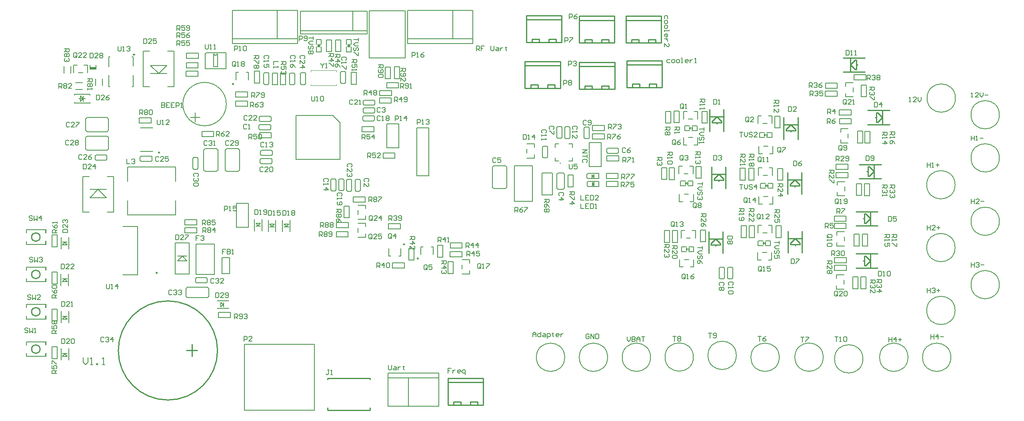
<source format=gto>
G04*
G04 #@! TF.GenerationSoftware,Altium Limited,Altium Designer,23.10.1 (27)*
G04*
G04 Layer_Color=65535*
%FSLAX25Y25*%
%MOIN*%
G70*
G04*
G04 #@! TF.SameCoordinates,4B5F03CF-9F67-499E-902A-73A7A51B6F95*
G04*
G04*
G04 #@! TF.FilePolarity,Positive*
G04*
G01*
G75*
%ADD10C,0.00591*%
%ADD11C,0.00984*%
%ADD12C,0.01000*%
%ADD13C,0.00800*%
%ADD14C,0.00500*%
%ADD15C,0.00600*%
%ADD16C,0.00787*%
%ADD17C,0.00493*%
%ADD18C,0.00700*%
%ADD19R,0.05118X0.01654*%
G36*
X25865Y44761D02*
Y47851D01*
X27065D01*
Y44761D01*
X25865D01*
D02*
G37*
G36*
Y57496D02*
Y54406D01*
X27065D01*
Y57496D01*
X25865D01*
D02*
G37*
G36*
Y75928D02*
Y79018D01*
X27065D01*
Y75928D01*
X25865D01*
D02*
G37*
G36*
Y88663D02*
Y85572D01*
X27065D01*
Y88663D01*
X25865D01*
D02*
G37*
G36*
Y107094D02*
Y110185D01*
X27065D01*
Y107094D01*
X25865D01*
D02*
G37*
G36*
Y119830D02*
Y116739D01*
X27065D01*
Y119830D01*
X25865D01*
D02*
G37*
G36*
Y138261D02*
Y141351D01*
X27065D01*
Y138261D01*
X25865D01*
D02*
G37*
G36*
Y150996D02*
Y147906D01*
X27065D01*
Y150996D01*
X25865D01*
D02*
G37*
D10*
X455557Y206199D02*
G03*
X455557Y206199I-295J0D01*
G01*
D11*
X119392Y114865D02*
G03*
X119392Y114865I-492J0D01*
G01*
X183015Y272379D02*
G03*
X183015Y272379I-492J0D01*
G01*
X121328Y215154D02*
G03*
X121328Y215154I-492J0D01*
G01*
X337015Y126779D02*
G03*
X337015Y126779I-492J0D01*
G01*
X325469Y138621D02*
G03*
X325469Y138621I-492J0D01*
G01*
D12*
X21731Y113462D02*
G03*
X21731Y113462I-3543J0D01*
G01*
X169581Y50000D02*
G03*
X169581Y50000I-41339J0D01*
G01*
X21731Y82295D02*
G03*
X21731Y82295I-3543J0D01*
G01*
Y51129D02*
G03*
X21731Y51129I-3543J0D01*
G01*
Y144629D02*
G03*
X21731Y144629I-3543J0D01*
G01*
X100500Y296900D02*
G03*
X100500Y296900I-500J0D01*
G01*
X261400Y26772D02*
X296597D01*
X261400Y0D02*
X296597D01*
X261400D02*
Y2000D01*
X296597Y0D02*
Y2103D01*
Y25797D02*
Y26772D01*
X261400Y25700D02*
Y26772D01*
X565015Y234415D02*
Y236415D01*
X425736Y287800D02*
X455264D01*
X425736Y268851D02*
X455264D01*
Y291292D01*
X425736D02*
X455067D01*
X425736Y268851D02*
Y291292D01*
X430500Y269225D02*
Y271725D01*
X436500D01*
X436500Y269225D01*
X444500D02*
Y271725D01*
X450500D01*
X450500Y269225D01*
X579715Y245015D02*
X591515D01*
X579609Y232960D02*
Y251070D01*
X591421Y232960D02*
Y251070D01*
X581515Y240015D02*
Y241015D01*
X585515Y245015D01*
X589515Y241015D01*
Y240015D02*
Y241015D01*
X581515Y240015D02*
X589515D01*
X585515Y239015D02*
Y240015D01*
X143743Y50000D02*
X152743D01*
X148242Y45000D02*
Y55000D01*
X253000Y305200D02*
X255000D01*
X277900D02*
X279900D01*
X361536Y23300D02*
X391064D01*
X361536Y4351D02*
X391064D01*
Y26792D01*
X361536D02*
X390867D01*
X361536Y4351D02*
Y26792D01*
X366300Y4725D02*
Y7225D01*
X372300D01*
X372300Y4725D01*
X380300D02*
Y7225D01*
X386300D01*
X386300Y4725D01*
X535300Y272325D02*
X535300Y269825D01*
X529300Y272325D02*
X535300D01*
X529300Y269825D02*
Y272325D01*
X521300D02*
X521300Y269825D01*
X515300Y272325D02*
X521300D01*
X515300Y269825D02*
Y272325D01*
X510536Y269451D02*
Y291892D01*
X539867D01*
X540064Y269451D02*
Y291892D01*
X510536Y269451D02*
X540064D01*
X510536Y288400D02*
X540064D01*
X509836Y325600D02*
X539364D01*
X509836Y306651D02*
X539364D01*
Y329092D01*
X509836D02*
X539167D01*
X509836Y306651D02*
Y329092D01*
X514600Y307025D02*
Y309525D01*
X520600D01*
X520600Y307025D01*
X528600D02*
Y309525D01*
X534600D01*
X534600Y307025D01*
X471051Y287015D02*
X500579D01*
X471051Y268066D02*
X500579D01*
Y290507D01*
X471051D02*
X500382D01*
X471051Y268066D02*
Y290507D01*
X475815Y268440D02*
Y270940D01*
X481815D01*
X481815Y268440D01*
X489815D02*
Y270940D01*
X495815D01*
X495815Y268440D01*
X470936Y325600D02*
X500464D01*
X470936Y306651D02*
X500464D01*
Y329092D01*
X470936D02*
X500267D01*
X470936Y306651D02*
Y329092D01*
X475700Y307025D02*
Y309525D01*
X481700D01*
X481700Y307025D01*
X489700D02*
Y309525D01*
X495700D01*
X495700Y307025D01*
X426836Y326000D02*
X456364D01*
X426836Y307051D02*
X456364D01*
Y329492D01*
X426836D02*
X456167D01*
X426836Y307051D02*
Y329492D01*
X431600Y307425D02*
Y309925D01*
X437600D01*
X437600Y307425D01*
X445600D02*
Y309925D01*
X451600D01*
X451600Y307425D01*
X562215Y133515D02*
Y135515D01*
X626115Y138315D02*
Y140315D01*
X628115Y186615D02*
Y188615D01*
X561415Y188415D02*
Y190415D01*
X627315Y228915D02*
Y230915D01*
X701915Y288315D02*
X702915D01*
X701915Y284315D02*
Y292315D01*
X700915D02*
X701915D01*
X696915Y288315D02*
X700915Y292315D01*
X696915Y288315D02*
X700915Y284315D01*
X701915D01*
X690860Y294220D02*
X708970D01*
X690860Y282410D02*
X708970D01*
X696915Y282515D02*
Y294315D01*
X707615Y124815D02*
X708615D01*
X708615Y120815D02*
Y128815D01*
Y120815D02*
X709615D01*
X713615Y124815D01*
X709615Y128815D02*
X713615Y124815D01*
X708615Y128815D02*
X709615D01*
X701560Y118910D02*
X719670D01*
X701560Y130720D02*
X719670D01*
X713615Y118815D02*
Y130615D01*
X710515Y199315D02*
X711515D01*
X711515Y195315D02*
Y203315D01*
Y195315D02*
X712515D01*
X716515Y199315D01*
X712515Y203315D02*
X716515Y199315D01*
X711515Y203315D02*
X712515D01*
X704460Y193410D02*
X722570D01*
X704460Y205221D02*
X722570D01*
X716515Y193315D02*
Y205115D01*
X584815Y137115D02*
Y138115D01*
X580815Y138115D02*
X588815D01*
Y139115D01*
X584815Y143115D02*
X588815Y139115D01*
X580815D02*
X584815Y143115D01*
X580815Y138115D02*
Y139115D01*
X590721Y131060D02*
Y149170D01*
X578909Y131060D02*
Y149170D01*
X579015Y143115D02*
X590815D01*
X650915Y137515D02*
Y138515D01*
X646915Y138515D02*
X654915D01*
Y139515D01*
X650915Y143515D02*
X654915Y139515D01*
X646915D02*
X650915Y143515D01*
X646915Y138515D02*
Y139515D01*
X656820Y131460D02*
Y149570D01*
X645010Y131460D02*
Y149570D01*
X645115Y143515D02*
X656915D01*
X650515Y186515D02*
Y187515D01*
X646515Y187515D02*
X654515D01*
Y188515D01*
X650515Y192515D02*
X654515Y188515D01*
X646515D02*
X650515Y192515D01*
X646515Y187515D02*
Y188515D01*
X656421Y180460D02*
Y198570D01*
X644609Y180460D02*
Y198570D01*
X644715Y192515D02*
X656515D01*
X707715Y160015D02*
X708715D01*
X708715Y156015D02*
Y164015D01*
Y156015D02*
X709715D01*
X713715Y160015D01*
X709715Y164015D02*
X713715Y160015D01*
X708715Y164015D02*
X709715D01*
X701660Y154110D02*
X719770D01*
X701660Y165920D02*
X719770D01*
X713715Y154015D02*
Y165815D01*
X717515Y244415D02*
X718515D01*
X718515Y240415D02*
Y248415D01*
Y240415D02*
X719515D01*
X723515Y244415D01*
X719515Y248415D02*
X723515Y244415D01*
X718515Y248415D02*
X719515D01*
X711460Y238509D02*
X729570D01*
X711460Y250321D02*
X729570D01*
X723515Y238415D02*
Y250215D01*
X587215Y191215D02*
Y192215D01*
X583215Y192215D02*
X591215D01*
Y193215D01*
X587215Y197215D02*
X591215Y193215D01*
X583215D02*
X587215Y197215D01*
X583215Y192215D02*
Y193215D01*
X593120Y185160D02*
Y203270D01*
X581310Y185160D02*
Y203270D01*
X581415Y197215D02*
X593215D01*
X647315Y232315D02*
Y233315D01*
X643315Y233315D02*
X651315D01*
Y234315D01*
X647315Y238315D02*
X651315Y234315D01*
X643315D02*
X647315Y238315D01*
X643315Y233315D02*
Y234315D01*
X653221Y226260D02*
Y244370D01*
X641409Y226260D02*
Y244370D01*
X641515Y238315D02*
X653315D01*
D13*
X166719Y297412D02*
G03*
X169081Y297412I1181J0D01*
G01*
X166200D02*
X166719D01*
X169081D02*
X169500D01*
X160420Y298593D02*
X176561D01*
X159239Y297412D02*
X160420Y298593D01*
X159239Y285207D02*
Y297412D01*
Y285207D02*
X176561D01*
Y298593D01*
X166200Y286782D02*
Y297412D01*
Y286782D02*
X169500D01*
Y297412D01*
X57529Y44098D02*
Y40099D01*
X59528Y38100D01*
X61528Y40099D01*
Y44098D01*
X63527Y38100D02*
X65526D01*
X64527D01*
Y44098D01*
X63527Y43098D01*
X68525Y38100D02*
Y39100D01*
X69525D01*
Y38100D01*
X68525D01*
X73524D02*
X75523D01*
X74524D01*
Y44098D01*
X73524Y43098D01*
D14*
X707411Y43000D02*
G03*
X707411Y43000I-11811J0D01*
G01*
X566126Y44515D02*
G03*
X566126Y44515I-11811J0D01*
G01*
X674326Y44415D02*
G03*
X674326Y44415I-11811J0D01*
G01*
X780726Y44315D02*
G03*
X780726Y44315I-11811J0D01*
G01*
X744970D02*
G03*
X744970Y44315I-11811J0D01*
G01*
X821126Y104915D02*
G03*
X821126Y104915I-11811J0D01*
G01*
X784226Y83415D02*
G03*
X784226Y83415I-11811J0D01*
G01*
X821126Y157815D02*
G03*
X821126Y157815I-11811J0D01*
G01*
X784226Y135848D02*
G03*
X784226Y135848I-11811J0D01*
G01*
X821126Y210715D02*
G03*
X821126Y210715I-11811J0D01*
G01*
X784226Y188282D02*
G03*
X784226Y188282I-11811J0D01*
G01*
X637704Y44315D02*
G03*
X637704Y44315I-11811J0D01*
G01*
X494682D02*
G03*
X494682Y44315I-11811J0D01*
G01*
X458926D02*
G03*
X458926Y44315I-11811J0D01*
G01*
X530437D02*
G03*
X530437Y44315I-11811J0D01*
G01*
X821126Y246715D02*
G03*
X821126Y246715I-11811J0D01*
G01*
X784526Y260615D02*
G03*
X784526Y260615I-11811J0D01*
G01*
X601926Y45915D02*
G03*
X601926Y45915I-11811J0D01*
G01*
X169200Y85150D02*
X178900D01*
X172438Y86300D02*
X174406Y88269D01*
X172438Y90237D02*
X174406Y88269D01*
X172438Y86300D02*
Y90237D01*
X174800Y86300D02*
Y90237D01*
X169200Y91450D02*
X178900D01*
X192105Y55124D02*
X250373D01*
Y6D02*
Y55124D01*
X192105Y6D02*
X250373D01*
X192105D02*
Y55124D01*
X433617Y210573D02*
Y213525D01*
Y219431D02*
Y222383D01*
X427318Y214706D02*
Y218250D01*
Y210573D02*
X433617D01*
X427318Y222383D02*
X433617D01*
X134294Y113882D02*
X146106D01*
Y139866D01*
X134294D02*
X146106D01*
X134294Y113882D02*
Y139866D01*
X136263Y124906D02*
X144137D01*
X136263Y128843D02*
X144137D01*
X136263Y124906D02*
X140200Y128843D01*
X144137Y124906D01*
X265759Y246060D02*
X271802Y240017D01*
Y209328D02*
Y240017D01*
X235070Y209328D02*
X271802D01*
X235070D02*
Y246060D01*
X235070D02*
X265759D01*
X296150Y333441D02*
X326071D01*
X326000Y294071D02*
Y333500D01*
X296150Y294071D02*
X326000D01*
X296150D02*
Y333441D01*
X94600Y203157D02*
X134757D01*
X94600Y191000D02*
Y203157D01*
Y163000D02*
X134757D01*
Y191000D02*
Y203157D01*
Y163000D02*
Y175157D01*
X94600Y163000D02*
Y175157D01*
X238500Y314117D02*
Y333014D01*
X282263Y316676D02*
Y333014D01*
X238700Y316676D02*
X294271D01*
X238500Y314117D02*
X294271D01*
Y333014D01*
X238500D02*
X294271D01*
X219400Y310020D02*
Y333642D01*
X236211Y306083D02*
Y333642D01*
X181900Y306083D02*
Y333642D01*
X236211D01*
X181900Y306083D02*
X236211D01*
X181900Y310020D02*
X236211D01*
X328600Y3558D02*
Y27180D01*
X311789Y3558D02*
Y31117D01*
X354100Y3558D02*
Y31117D01*
X311789Y3558D02*
X354100D01*
X311789Y31117D02*
X354100D01*
X311789Y27180D02*
X354100D01*
X417135Y174562D02*
X432095D01*
Y204090D01*
X417135D02*
X432095D01*
X417135Y174562D02*
Y204090D01*
X399991Y185070D02*
X409439D01*
X399991Y204165D02*
X409439D01*
X398810Y186251D02*
X399991Y185070D01*
X409439D02*
X410620Y186251D01*
X409439Y204165D02*
X410620Y202983D01*
X398810D02*
X399991Y204165D01*
X410620Y186251D02*
Y202983D01*
X398810Y186251D02*
Y202983D01*
X439884Y179959D02*
X448546D01*
X439884Y198266D02*
X448546D01*
Y179959D02*
Y198266D01*
X439884Y179959D02*
Y198266D01*
X144431Y94069D02*
X161164D01*
X144431Y102731D02*
X161164D01*
X143250Y95250D02*
X144431Y94069D01*
X143250Y101550D02*
X144431Y102731D01*
X161164D02*
X162345Y101550D01*
X161164Y94069D02*
X162345Y95250D01*
X143250D02*
Y101550D01*
X162345Y95250D02*
Y101550D01*
X179650Y114244D02*
Y127630D01*
X173350Y114244D02*
Y127630D01*
X179650Y126646D02*
X179650D01*
X173350Y114244D02*
X179650D01*
X173350Y127630D02*
X179650D01*
X452265Y185569D02*
Y196987D01*
X453250Y184585D02*
X457580D01*
X458565Y185569D02*
Y196987D01*
X453250Y197971D02*
X457580D01*
X458565Y196987D01*
X452265Y196987D02*
X453250Y197971D01*
X457580Y184585D02*
X458565Y185569D01*
X452265D02*
X452265D01*
X453250Y184585D01*
X170326Y77535D02*
X180168D01*
X170326Y81865D02*
X180168D01*
Y77535D02*
Y81865D01*
X170326Y77535D02*
Y81865D01*
X477586Y187559D02*
X478373Y186772D01*
X482015Y188937D02*
X483393D01*
X482015D02*
X483393Y190315D01*
X482015Y188937D02*
X483393Y187559D01*
Y190315D01*
X482015Y187559D02*
Y190315D01*
X477586Y190315D02*
X478373Y191102D01*
X478373Y186772D02*
X487428D01*
X477586Y187559D02*
Y190315D01*
X478373Y191102D02*
X487428D01*
Y186772D02*
Y191102D01*
X503007Y218880D02*
X503794Y218093D01*
X503007Y214550D02*
X503794Y215337D01*
X493952D02*
X494739Y214550D01*
X493952Y218093D02*
X494739Y218880D01*
X503007D01*
X493952Y215337D02*
Y218093D01*
X503794Y215337D02*
Y218093D01*
X494739Y214550D02*
X503007D01*
X315332Y123265D02*
X325174D01*
X315332Y118935D02*
X325174D01*
X315332D02*
Y123265D01*
X325174Y118935D02*
Y123265D01*
X352935Y127831D02*
Y137674D01*
X357265Y127831D02*
Y137674D01*
X352935Y127831D02*
X357265D01*
X352935Y137674D02*
X357265D01*
X329135Y125432D02*
Y135274D01*
X333465Y125432D02*
Y135274D01*
X329135Y125432D02*
X333465D01*
X329135Y135274D02*
X333465D01*
X312132Y155665D02*
X321974D01*
X312132Y151335D02*
X321974D01*
X312132D02*
Y155665D01*
X321974Y151335D02*
Y155665D01*
X365600Y310220D02*
Y333842D01*
X382411Y306283D02*
Y333842D01*
X328100Y306283D02*
Y333842D01*
X382411D01*
X328100Y306283D02*
X382411D01*
X328100Y310220D02*
X382411D01*
X31623Y136555D02*
X35953D01*
X31623Y146397D02*
X35953D01*
X31623Y136555D02*
Y146397D01*
X35953Y136555D02*
Y146397D01*
X31723Y74704D02*
X36053D01*
X31723Y84546D02*
X36053D01*
X31723Y74704D02*
Y84546D01*
X36053Y74704D02*
Y84546D01*
X31823Y43155D02*
X36153D01*
X31823Y52997D02*
X36153D01*
X31823Y43155D02*
Y52997D01*
X36153Y43155D02*
Y52997D01*
X31823Y105555D02*
X36153D01*
X31823Y115397D02*
X36153D01*
X31823Y105555D02*
Y115397D01*
X36153Y105555D02*
Y115397D01*
X45538Y73029D02*
Y82729D01*
X42419Y78235D02*
X44388Y76266D01*
X40451D02*
X42419Y78235D01*
X40451Y76266D02*
X44388D01*
X40451Y78629D02*
X44388D01*
X39238Y73029D02*
Y82729D01*
X45538Y42029D02*
Y51729D01*
X42419Y47235D02*
X44388Y45267D01*
X40451D02*
X42419Y47235D01*
X40451Y45267D02*
X44388D01*
X40451Y47629D02*
X44388D01*
X39238Y42029D02*
Y51729D01*
X45338Y104229D02*
Y113929D01*
X42219Y109435D02*
X44188Y107466D01*
X40251D02*
X42219Y109435D01*
X40251Y107466D02*
X44188D01*
X40251Y109829D02*
X44188D01*
X39038Y104229D02*
Y113929D01*
X45538Y134829D02*
Y144529D01*
X42419Y140035D02*
X44388Y138066D01*
X40451D02*
X42419Y140035D01*
X40451Y138066D02*
X44388D01*
X40451Y140429D02*
X44388D01*
X39238Y134829D02*
Y144529D01*
X98300Y270200D02*
X99300D01*
X79024D02*
X80000D01*
X98200Y295200D02*
X99300D01*
X79024D02*
X79900D01*
X79024Y270200D02*
Y279649D01*
Y286900D02*
Y295200D01*
X99300Y270200D02*
Y279649D01*
Y287400D02*
Y295200D01*
X49558Y281869D02*
Y288168D01*
X61369Y281869D02*
Y288168D01*
X53691Y281869D02*
X57235D01*
X49558Y288168D02*
X52510D01*
X58416D02*
X61369D01*
X53900Y260100D02*
X59400D01*
X63400Y256557D02*
Y257100D01*
Y263100D02*
Y263643D01*
X50400Y256557D02*
Y257100D01*
Y263100D02*
Y263643D01*
X57800Y257700D02*
Y262424D01*
X55438D02*
X57800Y260062D01*
X55438Y257700D02*
Y262424D01*
Y257700D02*
X57800Y260062D01*
X50400Y256557D02*
X63400D01*
X50400Y263643D02*
X63400D01*
X264565Y299426D02*
Y309269D01*
X260235Y299426D02*
Y309269D01*
X264565D01*
X260235Y299426D02*
X264565D01*
X307626Y210335D02*
X317469D01*
X307626Y214665D02*
X317469D01*
Y210335D02*
Y214665D01*
X307626Y210335D02*
Y214665D01*
X363426Y128035D02*
X373269D01*
X363426Y132365D02*
X373269D01*
Y128035D02*
Y132365D01*
X363426Y128035D02*
Y132365D01*
X363526Y135335D02*
X373369D01*
X363526Y139665D02*
X373369D01*
Y135335D02*
Y139665D01*
X363526Y135335D02*
Y139665D01*
X361635Y114131D02*
Y123974D01*
X365965Y114131D02*
Y123974D01*
X361635Y114131D02*
X365965D01*
X361635Y123974D02*
X365965D01*
X143726Y293735D02*
Y298065D01*
X153568Y293735D02*
Y298065D01*
X143726D02*
X153568D01*
X143726Y293735D02*
X153568D01*
X143532Y290165D02*
X153374D01*
X143532Y285835D02*
X153374D01*
X143532D02*
Y290165D01*
X153374Y285835D02*
Y290165D01*
X143426Y278835D02*
X153269D01*
X143426Y283165D02*
X153269D01*
Y278835D02*
Y283165D01*
X143426Y278835D02*
Y283165D01*
X290032Y236765D02*
X299874D01*
X290032Y232435D02*
X299874D01*
X290032D02*
Y236765D01*
X299874Y232435D02*
Y236765D01*
X379568Y113857D02*
Y116810D01*
Y122716D02*
Y125669D01*
X373269Y117991D02*
Y121535D01*
Y113857D02*
X379568D01*
X373269Y125669D02*
X379568D01*
X223750Y149100D02*
Y158800D01*
X224900Y155562D02*
X226869Y153594D01*
X228837Y155562D01*
X224900D02*
X228837D01*
X224900Y153200D02*
X228837D01*
X230050Y149100D02*
Y158800D01*
X60836Y244406D02*
X77569D01*
X60836Y232594D02*
X77569D01*
Y244406D02*
X78750Y243225D01*
X77569Y232594D02*
X78750Y233776D01*
X59655D02*
X60836Y232594D01*
X59655Y243225D02*
X60836Y244406D01*
X78750Y233776D02*
Y243225D01*
X59655Y233776D02*
Y243225D01*
X169905Y200532D02*
Y217264D01*
X158095Y200532D02*
Y217264D01*
X168725Y199350D02*
X169905Y200532D01*
X158095D02*
X159276Y199350D01*
X158095Y217264D02*
X159276Y218445D01*
X168725D02*
X169905Y217264D01*
X159276Y199350D02*
X168725D01*
X159276Y218445D02*
X168725D01*
X291713Y258965D02*
X299981D01*
X290926Y255422D02*
Y258178D01*
X300768Y255422D02*
Y258178D01*
X291713Y254635D02*
X299981D01*
X300768Y255422D01*
X299981Y258965D02*
X300768Y258178D01*
X290926D02*
X291713Y258965D01*
X290926Y255422D02*
X291713Y254635D01*
X184731Y265765D02*
X194574D01*
X184731Y261435D02*
X194574D01*
X184731D02*
Y265765D01*
X194574Y261435D02*
Y265765D01*
X204665Y273226D02*
Y283069D01*
X200335Y273226D02*
Y283069D01*
X204665D01*
X200335Y273226D02*
X204665D01*
X184826Y253935D02*
X194668D01*
X184826Y258265D02*
X194668D01*
Y253935D02*
Y258265D01*
X184826Y253935D02*
Y258265D01*
X156632Y232665D02*
X166474D01*
X156632Y228335D02*
X166474D01*
X156632D02*
Y232665D01*
X166474Y228335D02*
Y232665D01*
X226465Y271726D02*
Y281569D01*
X222135Y271726D02*
Y281569D01*
X226465D01*
X222135Y271726D02*
X226465D01*
X285165Y272126D02*
Y281969D01*
X280835Y272126D02*
Y281969D01*
X285165D01*
X280835Y272126D02*
X285165D01*
X272365Y299426D02*
Y309269D01*
X268035Y299426D02*
Y309269D01*
X272365D01*
X268035Y299426D02*
X272365D01*
X242965Y272719D02*
Y280987D01*
X239422Y281774D02*
X242178D01*
X239422Y271932D02*
X242178D01*
X238635Y272719D02*
Y280987D01*
Y272719D02*
X239422Y271932D01*
X242178D02*
X242965Y272719D01*
X242178Y281774D02*
X242965Y280987D01*
X238635D02*
X239422Y281774D01*
X281465Y183719D02*
Y191987D01*
X277922Y192774D02*
X280678D01*
X277922Y182931D02*
X280678D01*
X277135Y183719D02*
Y191987D01*
Y183719D02*
X277922Y182931D01*
X280678D02*
X281465Y183719D01*
X280678Y192774D02*
X281465Y191987D01*
X277135D02*
X277922Y192774D01*
X205119Y241035D02*
X213387D01*
X214174Y241822D02*
Y244578D01*
X204331Y241822D02*
Y244578D01*
X205119Y245365D02*
X213387D01*
X204331Y244578D02*
X205119Y245365D01*
X204331Y241822D02*
X205119Y241035D01*
X213387D02*
X214174Y241822D01*
X213387Y245365D02*
X214174Y244578D01*
X204919Y234235D02*
X213187D01*
X213974Y235022D02*
Y237778D01*
X204132Y235022D02*
Y237778D01*
X204919Y238565D02*
X213187D01*
X204132Y237778D02*
X204919Y238565D01*
X204132Y235022D02*
X204919Y234235D01*
X213187D02*
X213974Y235022D01*
X213187Y238565D02*
X213974Y237778D01*
X205919Y205935D02*
X214187D01*
X214974Y206722D02*
Y209478D01*
X205132Y206722D02*
Y209478D01*
X205919Y210265D02*
X214187D01*
X205132Y209478D02*
X205919Y210265D01*
X205132Y206722D02*
X205919Y205935D01*
X214187D02*
X214974Y206722D01*
X214187Y210265D02*
X214974Y209478D01*
X274865Y184119D02*
Y192387D01*
X271322Y193174D02*
X274078D01*
X271322Y183332D02*
X274078D01*
X270535Y184119D02*
Y192387D01*
Y184119D02*
X271322Y183332D01*
X274078D02*
X274865Y184119D01*
X274078Y193174D02*
X274865Y192387D01*
X270535D02*
X271322Y193174D01*
X291313Y245865D02*
X299581D01*
X290526Y242322D02*
Y245078D01*
X300368Y242322D02*
Y245078D01*
X291313Y241535D02*
X299581D01*
X300368Y242322D01*
X299581Y245865D02*
X300368Y245078D01*
X290526D02*
X291313Y245865D01*
X290526Y242322D02*
X291313Y241535D01*
X276465Y273719D02*
Y281987D01*
X272922Y282774D02*
X275678D01*
X272922Y272932D02*
X275678D01*
X272135Y273719D02*
Y281987D01*
Y273719D02*
X272922Y272932D01*
X275678D02*
X276465Y273719D01*
X275678Y282774D02*
X276465Y281987D01*
X272135D02*
X272922Y282774D01*
X229635Y272513D02*
Y280781D01*
X230422Y271726D02*
X233178D01*
X230422Y281569D02*
X233178D01*
X233965Y272513D02*
Y280781D01*
X233178Y281569D02*
X233965Y280781D01*
X229635D02*
X230422Y281569D01*
X229635Y272513D02*
X230422Y271726D01*
X233178D02*
X233965Y272513D01*
X208135Y272713D02*
Y280981D01*
X208922Y271926D02*
X211678D01*
X208922Y281769D02*
X211678D01*
X212465Y272713D02*
Y280981D01*
X211678Y281769D02*
X212465Y280981D01*
X208135D02*
X208922Y281769D01*
X208135Y272713D02*
X208922Y271926D01*
X211678D02*
X212465Y272713D01*
X268365Y184019D02*
Y192287D01*
X264822Y193074D02*
X267578D01*
X264822Y183231D02*
X267578D01*
X264035Y184019D02*
Y192287D01*
Y184019D02*
X264822Y183231D01*
X267578D02*
X268365Y184019D01*
X267578Y193074D02*
X268365Y192287D01*
X264035D02*
X264822Y193074D01*
X206219Y212735D02*
X214487D01*
X215274Y213522D02*
Y216278D01*
X205432Y213522D02*
Y216278D01*
X206219Y217065D02*
X214487D01*
X205432Y216278D02*
X206219Y217065D01*
X205432Y213522D02*
X206219Y212735D01*
X214487D02*
X215274Y213522D01*
X214487Y217065D02*
X215274Y216278D01*
X291713Y252565D02*
X299981D01*
X290926Y249022D02*
Y251778D01*
X300768Y249022D02*
Y251778D01*
X291713Y248235D02*
X299981D01*
X300768Y249022D01*
X299981Y252565D02*
X300768Y251778D01*
X290926D02*
X291713Y252565D01*
X290926Y249022D02*
X291713Y248235D01*
X288565Y183719D02*
Y191987D01*
X285022Y192774D02*
X287778D01*
X285022Y182931D02*
X287778D01*
X284235Y183719D02*
Y191987D01*
Y183719D02*
X285022Y182931D01*
X287778D02*
X288565Y183719D01*
X287778Y192774D02*
X288565Y191987D01*
X284235D02*
X285022Y192774D01*
X142326Y154735D02*
X152169D01*
X142326Y159065D02*
X152169D01*
Y154735D02*
Y159065D01*
X142326Y154735D02*
Y159065D01*
Y148235D02*
X152169D01*
X142326Y152565D02*
X152169D01*
Y148235D02*
Y152565D01*
X142326Y148235D02*
Y152565D01*
X104332Y244165D02*
X114174D01*
X104332Y239835D02*
X114174D01*
X104332D02*
Y244165D01*
X114174Y239835D02*
Y244165D01*
X321165Y276926D02*
Y286769D01*
X316835Y276926D02*
Y286769D01*
X321165D01*
X316835Y276926D02*
X321165D01*
X310626Y269035D02*
X320468D01*
X310626Y273365D02*
X320468D01*
Y269035D02*
Y273365D01*
X310626Y269035D02*
Y273365D01*
X313665Y276726D02*
Y286569D01*
X309335Y276726D02*
Y286569D01*
X313665D01*
X309335Y276726D02*
X313665D01*
X204631Y231865D02*
X214474D01*
X204631Y227535D02*
X214474D01*
X204631D02*
Y231865D01*
X214474Y227535D02*
Y231865D01*
X215235Y271732D02*
Y281574D01*
X219565Y271732D02*
Y281574D01*
X215235Y271732D02*
X219565D01*
X215235Y281574D02*
X219565D01*
X151523Y113347D02*
Y138937D01*
X166877Y113347D02*
Y138937D01*
X151523D02*
X166877D01*
X151523Y113347D02*
X166877D01*
X211850Y149000D02*
Y158700D01*
X213000Y155462D02*
X214968Y153494D01*
X216937Y155462D01*
X213000D02*
X216937D01*
X213000Y153100D02*
X216937D01*
X218150Y149000D02*
Y158700D01*
X200350Y149700D02*
Y159400D01*
X201500Y156162D02*
X203468Y154194D01*
X205437Y156162D01*
X201500D02*
X205437D01*
X201500Y153800D02*
X205437D01*
X206650Y149700D02*
Y159400D01*
X60836Y228906D02*
X77569D01*
X60836Y217094D02*
X77569D01*
Y228906D02*
X78750Y227725D01*
X77569Y217094D02*
X78750Y218276D01*
X59655D02*
X60836Y217094D01*
X59655Y227725D02*
X60836Y228906D01*
X78750Y218276D02*
Y227725D01*
X59655Y218276D02*
Y227725D01*
X152019Y106335D02*
X160287D01*
X161074Y107122D02*
Y109878D01*
X151232Y107122D02*
Y109878D01*
X152019Y110665D02*
X160287D01*
X151232Y109878D02*
X152019Y110665D01*
X151232Y107122D02*
X152019Y106335D01*
X160287D02*
X161074Y107122D01*
X160287Y110665D02*
X161074Y109878D01*
X105919Y207835D02*
X114187D01*
X114974Y208622D02*
Y211378D01*
X105131Y208622D02*
Y211378D01*
X105919Y212165D02*
X114187D01*
X105131Y211378D02*
X105919Y212165D01*
X105131Y208622D02*
X105919Y207835D01*
X114187D02*
X114974Y208622D01*
X114187Y212165D02*
X114974Y211378D01*
X153365Y202019D02*
Y210287D01*
X149822Y211074D02*
X152578D01*
X149822Y201232D02*
X152578D01*
X149035Y202019D02*
Y210287D01*
Y202019D02*
X149822Y201232D01*
X152578D02*
X153365Y202019D01*
X152578Y211074D02*
X153365Y210287D01*
X149035D02*
X149822Y211074D01*
X187906Y200532D02*
Y217264D01*
X176094Y200532D02*
Y217264D01*
X186724Y199350D02*
X187906Y200532D01*
X176094D02*
X177276Y199350D01*
X176094Y217264D02*
X177276Y218445D01*
X186724D02*
X187906Y217264D01*
X177276Y199350D02*
X186724D01*
X177276Y218445D02*
X186724D01*
X68419Y208835D02*
X76687D01*
X77474Y209622D02*
Y212378D01*
X67632Y209622D02*
Y212378D01*
X68419Y213165D02*
X76687D01*
X67632Y212378D02*
X68419Y213165D01*
X67632Y209622D02*
X68419Y208835D01*
X76687D02*
X77474Y209622D01*
X76687Y213165D02*
X77474Y212378D01*
X292868Y159458D02*
Y162410D01*
Y168316D02*
Y171269D01*
X286568Y163591D02*
Y167135D01*
Y159458D02*
X292868D01*
X286568Y171269D02*
X292868D01*
X292968Y144457D02*
Y147410D01*
Y153316D02*
Y156269D01*
X286668Y148591D02*
Y152135D01*
Y144457D02*
X292968D01*
X286668Y156269D02*
X292968D01*
X275035Y160726D02*
X279365D01*
X275035Y170569D02*
X279365D01*
X275035Y160726D02*
Y170569D01*
X279365Y160726D02*
Y170569D01*
X282726Y173735D02*
Y178065D01*
X292568Y173735D02*
Y178065D01*
X282726D02*
X292568D01*
X282726Y173735D02*
X292568D01*
X268726Y152435D02*
Y156765D01*
X278569Y152435D02*
Y156765D01*
X268726D02*
X278569D01*
X268726Y152435D02*
X278569D01*
X278474Y144935D02*
Y149265D01*
X268632Y144935D02*
Y149265D01*
Y144935D02*
X278474D01*
X268632Y149265D02*
X278474D01*
X304826Y262635D02*
X314668D01*
X304826Y266965D02*
X314668D01*
Y262635D02*
Y266965D01*
X304826Y262635D02*
Y266965D01*
X304626Y256435D02*
X314469D01*
X304626Y260765D02*
X314469D01*
Y256435D02*
Y260765D01*
X304626Y256435D02*
Y260765D01*
X493646Y197780D02*
X503489D01*
X493646Y193450D02*
X503489D01*
X493646D02*
Y197780D01*
X503489Y193450D02*
Y197780D01*
X482047Y230746D02*
X491889D01*
X482047Y226415D02*
X491889D01*
X482047D02*
Y230746D01*
X491889Y226415D02*
Y230746D01*
X493591Y191102D02*
X503434D01*
X493591Y186772D02*
X503434D01*
X493591D02*
Y191102D01*
X503434Y186772D02*
Y191102D01*
X465880Y186541D02*
Y196384D01*
X461550Y186541D02*
Y196384D01*
X465880D01*
X461550Y186541D02*
X465880D01*
X482041Y233350D02*
X491884D01*
X482041Y237680D02*
X491884D01*
Y233350D02*
Y237680D01*
X482041Y233350D02*
Y237680D01*
X494046Y208250D02*
X503889D01*
X494046Y212580D02*
X503889D01*
Y208250D02*
Y212580D01*
X494046Y208250D02*
Y212580D01*
X700141Y275750D02*
X709983D01*
X700141Y280080D02*
X709983D01*
Y275750D02*
Y280080D01*
X700141Y275750D02*
Y280080D01*
X706150Y261647D02*
Y271489D01*
X710480Y261647D02*
Y271489D01*
X706150Y261647D02*
X710480D01*
X706150Y271489D02*
X710480D01*
X676241Y268850D02*
X686084D01*
X676241Y273180D02*
X686084D01*
Y268850D02*
Y273180D01*
X676241Y268850D02*
Y273180D01*
X676041Y262150D02*
X685884D01*
X676041Y266480D02*
X685884D01*
Y262150D02*
Y266480D01*
X676041Y262150D02*
Y266480D01*
X709980Y101541D02*
Y111383D01*
X705650Y101541D02*
Y111383D01*
X709980D01*
X705650Y101541D02*
X709980D01*
X712880Y179141D02*
Y188984D01*
X708550Y179141D02*
Y188984D01*
X712880D01*
X708550Y179141D02*
X712880D01*
X699050Y101547D02*
Y111389D01*
X703380Y101547D02*
Y111389D01*
X699050Y101547D02*
X703380D01*
X699050Y111389D02*
X703380D01*
X702150Y179347D02*
Y189189D01*
X706480Y179347D02*
Y189189D01*
X702150Y179347D02*
X706480D01*
X702150Y189189D02*
X706480D01*
X683746Y127380D02*
X693589D01*
X683746Y123050D02*
X693589D01*
X683746D02*
Y127380D01*
X693589Y123050D02*
Y127380D01*
X685046Y205580D02*
X694889D01*
X685046Y201250D02*
X694889D01*
X685046D02*
Y205580D01*
X694889Y201250D02*
Y205580D01*
X683746Y121280D02*
X693589D01*
X683746Y116950D02*
X693589D01*
X683746D02*
Y121280D01*
X693589Y116950D02*
Y121280D01*
X685147Y198380D02*
X694989D01*
X685147Y194050D02*
X694989D01*
X685147D02*
Y198380D01*
X694989Y194050D02*
Y198380D01*
X572150Y140647D02*
Y150489D01*
X576480Y140647D02*
Y150489D01*
X572150Y140647D02*
X576480D01*
X572150Y150489D02*
X576480D01*
X635150Y144147D02*
Y153989D01*
X639480Y144147D02*
Y153989D01*
X635150Y144147D02*
X639480D01*
X635150Y153989D02*
X639480D01*
X636250Y192046D02*
Y201889D01*
X640580Y192046D02*
Y201889D01*
X636250Y192046D02*
X640580D01*
X636250Y201889D02*
X640580D01*
X546480Y140241D02*
Y150083D01*
X542150Y140241D02*
Y150083D01*
X546480D01*
X542150Y140241D02*
X546480D01*
X616880Y144241D02*
Y154084D01*
X612550Y144241D02*
Y154084D01*
X616880D01*
X612550Y144241D02*
X616880D01*
X609380Y192141D02*
Y201983D01*
X605050Y192141D02*
Y201983D01*
X609380D01*
X605050Y192141D02*
X609380D01*
X548550Y140147D02*
Y149989D01*
X552880Y140147D02*
Y149989D01*
X548550Y140147D02*
X552880D01*
X548550Y149989D02*
X552880D01*
X605950Y144246D02*
Y154089D01*
X610280Y144246D02*
Y154089D01*
X605950Y144246D02*
X610280D01*
X605950Y154089D02*
X610280D01*
X612350Y192246D02*
Y202089D01*
X616680Y192246D02*
Y202089D01*
X612350Y192246D02*
X616680D01*
X612350Y202089D02*
X616680D01*
X711280Y137141D02*
Y146984D01*
X706950Y137141D02*
Y146984D01*
X711280D01*
X706950Y137141D02*
X711280D01*
X713280Y223041D02*
Y232884D01*
X708950Y223041D02*
Y232884D01*
X713280D01*
X708950Y223041D02*
X713280D01*
X700150Y137146D02*
Y146989D01*
X704480Y137146D02*
Y146989D01*
X700150Y137146D02*
X704480D01*
X700150Y146989D02*
X704480D01*
X702850Y223247D02*
Y233089D01*
X707180Y223247D02*
Y233089D01*
X702850Y223247D02*
X707180D01*
X702850Y233089D02*
X707180D01*
X568350Y193746D02*
Y203589D01*
X572680Y193746D02*
Y203589D01*
X568350Y193746D02*
X572680D01*
X568350Y203589D02*
X572680D01*
X634150Y235647D02*
Y245489D01*
X638480Y235647D02*
Y245489D01*
X634150Y235647D02*
X638480D01*
X634150Y245489D02*
X638480D01*
X573350Y239647D02*
Y249489D01*
X577680Y239647D02*
Y249489D01*
X573350Y239647D02*
X577680D01*
X573350Y249489D02*
X577680D01*
X550315Y192572D02*
Y202415D01*
X545984Y192572D02*
Y202415D01*
X550315D01*
X545984Y192572D02*
X550315D01*
X547480Y239741D02*
Y249584D01*
X543150Y239741D02*
Y249584D01*
X547480D01*
X543150Y239741D02*
X547480D01*
X683646Y162180D02*
X693489D01*
X683646Y157850D02*
X693489D01*
X683646D02*
Y162180D01*
X693489Y157850D02*
Y162180D01*
X687847Y243480D02*
X697689D01*
X687847Y239150D02*
X697689D01*
X687847D02*
Y243480D01*
X697689Y239150D02*
Y243480D01*
X683546Y156180D02*
X693389D01*
X683546Y151850D02*
X693389D01*
X683546D02*
Y156180D01*
X693389Y151850D02*
Y156180D01*
X687746Y250780D02*
X697589D01*
X687746Y246450D02*
X697589D01*
X687746D02*
Y250780D01*
X697589Y246450D02*
Y250780D01*
X539584Y192678D02*
Y202520D01*
X543915Y192678D02*
Y202520D01*
X539584Y192678D02*
X543915D01*
X539584Y202520D02*
X543915D01*
X550150Y249889D02*
X554480D01*
X550150Y240047D02*
X554480D01*
Y249889D01*
X550150Y240047D02*
Y249889D01*
X693147Y261647D02*
X699446D01*
X693147Y273458D02*
X699446D01*
Y265780D02*
Y269324D01*
X693147Y261647D02*
Y264599D01*
Y270505D02*
Y273458D01*
X685347Y101247D02*
X691646D01*
X685347Y113057D02*
X691646D01*
Y105380D02*
Y108924D01*
X685347Y101247D02*
Y104199D01*
Y110105D02*
Y113057D01*
X685947Y179147D02*
X692246D01*
X685947Y190957D02*
X692246D01*
Y183280D02*
Y186824D01*
X685947Y179147D02*
Y182099D01*
Y188005D02*
Y190957D01*
X566483Y119647D02*
Y125946D01*
X554672Y119647D02*
Y125946D01*
X558806D02*
X562350D01*
X563531Y119647D02*
X566483D01*
X554672D02*
X557625D01*
X631484Y125347D02*
Y131647D01*
X619672Y125347D02*
Y131647D01*
X623806D02*
X627350D01*
X628531Y125347D02*
X631484D01*
X619672D02*
X622625D01*
X632383Y172047D02*
Y178347D01*
X620573Y172047D02*
Y178347D01*
X624706D02*
X628250D01*
X629431Y172047D02*
X632383D01*
X620573D02*
X623525D01*
X556146Y143884D02*
Y150183D01*
X567957Y143884D02*
Y150183D01*
X560280Y143884D02*
X563824D01*
X556146Y150183D02*
X559099D01*
X565005D02*
X567957D01*
X619946Y148083D02*
Y154383D01*
X631757Y148083D02*
Y154383D01*
X624080Y148083D02*
X627624D01*
X619946Y154383D02*
X622899D01*
X628805D02*
X631757D01*
X620346Y196083D02*
Y202383D01*
X632158Y196083D02*
Y202383D01*
X624480Y196083D02*
X628024D01*
X620346Y202383D02*
X623299D01*
X629205D02*
X632158D01*
X685547Y137247D02*
X691847D01*
X685547Y149057D02*
X691847D01*
Y141380D02*
Y144924D01*
X685547Y137247D02*
Y140199D01*
Y146105D02*
Y149057D01*
X688847Y223247D02*
X695147D01*
X688847Y235057D02*
X695147D01*
Y227380D02*
Y230924D01*
X688847Y223247D02*
Y226199D01*
Y232105D02*
Y235057D01*
X566284Y174247D02*
Y180546D01*
X554472Y174247D02*
Y180546D01*
X558606D02*
X562150D01*
X563331Y174247D02*
X566284D01*
X554472D02*
X557425D01*
X632483Y214247D02*
Y220547D01*
X620673Y214247D02*
Y220547D01*
X624806D02*
X628350D01*
X629531Y214247D02*
X632483D01*
X620673D02*
X623625D01*
X569684Y221447D02*
Y227747D01*
X557872Y221447D02*
Y227747D01*
X562006D02*
X565550D01*
X566731Y221447D02*
X569684D01*
X557872D02*
X560825D01*
X554046Y197383D02*
Y203683D01*
X565858Y197383D02*
Y203683D01*
X558180Y197383D02*
X561724D01*
X554046Y203683D02*
X556999D01*
X562905D02*
X565858D01*
X619846Y239583D02*
Y245883D01*
X631658Y239583D02*
Y245883D01*
X623980Y239583D02*
X627524D01*
X619846Y245883D02*
X622799D01*
X628705D02*
X631658D01*
X566805Y249583D02*
X569758D01*
X557946D02*
X560899D01*
X562080Y243284D02*
X565624D01*
X569758D02*
Y249583D01*
X557946Y243284D02*
Y249583D01*
X487228Y193372D02*
Y197702D01*
X478173D02*
X487228D01*
X477386Y194159D02*
Y196915D01*
X478173Y193372D02*
X487228D01*
X477386Y196915D02*
X478173Y197702D01*
X481815Y194159D02*
Y196915D01*
X483193Y194159D02*
Y196915D01*
X481815Y195537D02*
X483193Y194159D01*
X481815Y195537D02*
X483193Y196915D01*
X481815Y195537D02*
X483193D01*
X477386Y194159D02*
X478173Y193372D01*
X458950Y227628D02*
Y235896D01*
X459737Y226841D02*
X462493D01*
X459737Y236684D02*
X462493D01*
X463280Y227628D02*
Y235896D01*
X462493Y236684D02*
X463280Y235896D01*
X458950D02*
X459737Y236684D01*
X458950Y227628D02*
X459737Y226841D01*
X462493D02*
X463280Y227628D01*
X440450Y211428D02*
Y219696D01*
X441237Y210641D02*
X443993D01*
X441237Y220483D02*
X443993D01*
X444780Y211428D02*
Y219696D01*
X443993Y220483D02*
X444780Y219696D01*
X440450D02*
X441237Y220483D01*
X440450Y211428D02*
X441237Y210641D01*
X443993D02*
X444780Y211428D01*
X594650Y110428D02*
Y118696D01*
X595437Y109641D02*
X598193D01*
X595437Y119483D02*
X598193D01*
X598980Y110428D02*
Y118696D01*
X598193Y119483D02*
X598980Y118696D01*
X594650D02*
X595437Y119483D01*
X594650Y110428D02*
X595437Y109641D01*
X598193D02*
X598980Y110428D01*
X479480Y227434D02*
Y235702D01*
X475937Y236489D02*
X478693D01*
X475937Y226646D02*
X478693D01*
X475150Y227434D02*
Y235702D01*
Y227434D02*
X475937Y226646D01*
X478693D02*
X479480Y227434D01*
X478693Y236489D02*
X479480Y235702D01*
X475150D02*
X475937Y236489D01*
X587650Y110428D02*
Y118696D01*
X588437Y109641D02*
X591193D01*
X588437Y119483D02*
X591193D01*
X591980Y110428D02*
Y118696D01*
X591193Y119483D02*
X591980Y118696D01*
X587650D02*
X588437Y119483D01*
X587650Y110428D02*
X588437Y109641D01*
X591193D02*
X591980Y110428D01*
X456680Y227834D02*
Y236102D01*
X453137Y236889D02*
X455893D01*
X453137Y227046D02*
X455893D01*
X452350Y227834D02*
Y236102D01*
Y227834D02*
X453137Y227046D01*
X455893D02*
X456680Y227834D01*
X455893Y236889D02*
X456680Y236102D01*
X452350D02*
X453137Y236889D01*
X462715Y205414D02*
Y202081D01*
X463381Y201415D01*
X464714D01*
X465381Y202081D01*
Y205414D01*
X469380D02*
X466714D01*
Y203414D01*
X468047Y204081D01*
X468713D01*
X469380Y203414D01*
Y202081D01*
X468713Y201415D01*
X467380D01*
X466714Y202081D01*
X191500Y57900D02*
Y61899D01*
X193499D01*
X194166Y61232D01*
Y59899D01*
X193499Y59233D01*
X191500D01*
X198165Y57900D02*
X195499D01*
X198165Y60566D01*
Y61232D01*
X197498Y61899D01*
X196165D01*
X195499Y61232D01*
X262666Y33799D02*
X261333D01*
X261999D01*
Y30466D01*
X261333Y29800D01*
X260666D01*
X260000Y30466D01*
X263999Y29800D02*
X265332D01*
X264665D01*
Y33799D01*
X263999Y33132D01*
X76900Y105599D02*
Y102267D01*
X77566Y101600D01*
X78899D01*
X79566Y102267D01*
Y105599D01*
X80899Y101600D02*
X82232D01*
X81565D01*
Y105599D01*
X80899Y104932D01*
X86230Y101600D02*
Y105599D01*
X84231Y103599D01*
X86897D01*
X15766Y127232D02*
X15099Y127899D01*
X13767D01*
X13100Y127232D01*
Y126566D01*
X13767Y125899D01*
X15099D01*
X15766Y125233D01*
Y124566D01*
X15099Y123900D01*
X13767D01*
X13100Y124566D01*
X17099Y127899D02*
Y123900D01*
X18432Y125233D01*
X19764Y123900D01*
Y127899D01*
X21098Y127232D02*
X21764Y127899D01*
X23097D01*
X23763Y127232D01*
Y126566D01*
X23097Y125899D01*
X22430D01*
X23097D01*
X23763Y125233D01*
Y124566D01*
X23097Y123900D01*
X21764D01*
X21098Y124566D01*
X159300Y305499D02*
Y302167D01*
X159967Y301500D01*
X161299D01*
X161966Y302167D01*
Y305499D01*
X163299Y301500D02*
X164632D01*
X163965D01*
Y305499D01*
X163299Y304832D01*
X166631Y301500D02*
X167964D01*
X167297D01*
Y305499D01*
X166631Y304832D01*
X424215Y230014D02*
Y226015D01*
X426214D01*
X426881Y226681D01*
Y229347D01*
X426214Y230014D01*
X424215D01*
X428214Y226015D02*
X429547D01*
X428880D01*
Y230014D01*
X428214Y229347D01*
X433545Y226015D02*
Y230014D01*
X431546Y228014D01*
X434212D01*
X184666Y287667D02*
Y290332D01*
X183999Y290999D01*
X182667D01*
X182000Y290332D01*
Y287667D01*
X182667Y287000D01*
X183999D01*
X183333Y288333D02*
X184666Y287000D01*
X183999D02*
X184666Y287667D01*
X185999Y287000D02*
X187332D01*
X186665D01*
Y290999D01*
X185999Y290332D01*
X189331D02*
X189997Y290999D01*
X191330D01*
X191997Y290332D01*
Y289666D01*
X191330Y288999D01*
X191997Y288333D01*
Y287667D01*
X191330Y287000D01*
X189997D01*
X189331Y287667D01*
Y288333D01*
X189997Y288999D01*
X189331Y289666D01*
Y290332D01*
X189997Y288999D02*
X191330D01*
X119400Y242399D02*
Y239067D01*
X120066Y238400D01*
X121399D01*
X122066Y239067D01*
Y242399D01*
X123399Y238400D02*
X124732D01*
X124065D01*
Y242399D01*
X123399Y241732D01*
X129397Y238400D02*
X126731D01*
X129397Y241066D01*
Y241732D01*
X128730Y242399D01*
X127398D01*
X126731Y241732D01*
X574914Y236115D02*
Y233449D01*
Y234782D01*
X570915D01*
X574914Y232116D02*
X572248D01*
X570915Y230783D01*
X572248Y229450D01*
X574914D01*
X574247Y225452D02*
X574914Y226118D01*
Y227451D01*
X574247Y228118D01*
X573581D01*
X572914Y227451D01*
Y226118D01*
X572248Y225452D01*
X571582D01*
X570915Y226118D01*
Y227451D01*
X571582Y228118D01*
X570915Y224119D02*
Y222786D01*
Y223452D01*
X574914D01*
X574247Y224119D01*
X168100Y98199D02*
Y94200D01*
X170099D01*
X170766Y94867D01*
Y97532D01*
X170099Y98199D01*
X168100D01*
X174765Y94200D02*
X172099D01*
X174765Y96866D01*
Y97532D01*
X174098Y98199D01*
X172765D01*
X172099Y97532D01*
X176098Y94867D02*
X176764Y94200D01*
X178097D01*
X178763Y94867D01*
Y97532D01*
X178097Y98199D01*
X176764D01*
X176098Y97532D01*
Y96866D01*
X176764Y96199D01*
X178763D01*
X134500Y146599D02*
Y142600D01*
X136499D01*
X137166Y143266D01*
Y145932D01*
X136499Y146599D01*
X134500D01*
X141165Y142600D02*
X138499D01*
X141165Y145266D01*
Y145932D01*
X140498Y146599D01*
X139165D01*
X138499Y145932D01*
X142498Y146599D02*
X145163D01*
Y145932D01*
X142498Y143266D01*
Y142600D01*
X458100Y271500D02*
Y275499D01*
X460099D01*
X460766Y274832D01*
Y273499D01*
X460099Y272833D01*
X458100D01*
X462099Y274832D02*
X462765Y275499D01*
X464098D01*
X464765Y274832D01*
Y274166D01*
X464098Y273499D01*
X464765Y272833D01*
Y272166D01*
X464098Y271500D01*
X462765D01*
X462099Y272166D01*
Y272833D01*
X462765Y273499D01*
X462099Y274166D01*
Y274832D01*
X462765Y273499D02*
X464098D01*
X248100Y261999D02*
Y258666D01*
X248766Y258000D01*
X250099D01*
X250766Y258666D01*
Y261999D01*
X252099Y258000D02*
X253432D01*
X252765D01*
Y261999D01*
X252099Y261332D01*
X255431D02*
X256098Y261999D01*
X257430D01*
X258097Y261332D01*
Y258666D01*
X257430Y258000D01*
X256098D01*
X255431Y258666D01*
Y261332D01*
X331500Y294800D02*
Y298799D01*
X333499D01*
X334166Y298132D01*
Y296799D01*
X333499Y296133D01*
X331500D01*
X335499Y294800D02*
X336832D01*
X336165D01*
Y298799D01*
X335499Y298132D01*
X341497Y298799D02*
X340164Y298132D01*
X338831Y296799D01*
Y295466D01*
X339497Y294800D01*
X340830D01*
X341497Y295466D01*
Y296133D01*
X340830Y296799D01*
X338831D01*
X335900Y238700D02*
Y242699D01*
X337899D01*
X338566Y242032D01*
Y240699D01*
X337899Y240033D01*
X335900D01*
X339899Y238700D02*
X341232D01*
X340565D01*
Y242699D01*
X339899Y242032D01*
X343231D02*
X343898Y242699D01*
X345230D01*
X345897Y242032D01*
Y241366D01*
X345230Y240699D01*
X344564D01*
X345230D01*
X345897Y240033D01*
Y239367D01*
X345230Y238700D01*
X343898D01*
X343231Y239367D01*
X473715Y217515D02*
X477714D01*
X473715Y214849D01*
X477714D01*
Y213516D02*
Y210851D01*
Y212183D01*
X473715D01*
X477047Y206852D02*
X477714Y207518D01*
Y208851D01*
X477047Y209518D01*
X474381D01*
X473715Y208851D01*
Y207518D01*
X474381Y206852D01*
X684000Y61599D02*
X686666D01*
X685333D01*
Y57600D01*
X687999D02*
X689332D01*
X688665D01*
Y61599D01*
X687999Y60932D01*
X691331D02*
X691997Y61599D01*
X693330D01*
X693997Y60932D01*
Y58267D01*
X693330Y57600D01*
X691997D01*
X691331Y58267D01*
Y60932D01*
X583115Y259614D02*
Y255615D01*
X585114D01*
X585781Y256281D01*
Y258947D01*
X585114Y259614D01*
X583115D01*
X587114Y255615D02*
X588447D01*
X587780D01*
Y259614D01*
X587114Y258947D01*
X63300Y298199D02*
Y294200D01*
X65299D01*
X65966Y294866D01*
Y297532D01*
X65299Y298199D01*
X63300D01*
X69964Y294200D02*
X67299D01*
X69964Y296866D01*
Y297532D01*
X69298Y298199D01*
X67965D01*
X67299Y297532D01*
X71298D02*
X71964Y298199D01*
X73297D01*
X73963Y297532D01*
Y296866D01*
X73297Y296199D01*
X73963Y295533D01*
Y294866D01*
X73297Y294200D01*
X71964D01*
X71298Y294866D01*
Y295533D01*
X71964Y296199D01*
X71298Y296866D01*
Y297532D01*
X71964Y296199D02*
X73297D01*
X255600Y289799D02*
Y289132D01*
X256933Y287799D01*
X258266Y289132D01*
Y289799D01*
X256933Y287799D02*
Y285800D01*
X259599D02*
X260932D01*
X260265D01*
Y289799D01*
X259599Y289132D01*
X94100Y209899D02*
Y205900D01*
X96766D01*
X98099Y209232D02*
X98765Y209899D01*
X100098D01*
X100765Y209232D01*
Y208566D01*
X100098Y207899D01*
X99432D01*
X100098D01*
X100765Y207233D01*
Y206567D01*
X100098Y205900D01*
X98765D01*
X98099Y206567D01*
X74934Y60533D02*
X74268Y61199D01*
X72935D01*
X72268Y60533D01*
Y57867D01*
X72935Y57201D01*
X74268D01*
X74934Y57867D01*
X76267Y60533D02*
X76934Y61199D01*
X78267D01*
X78933Y60533D01*
Y59866D01*
X78267Y59200D01*
X77600D01*
X78267D01*
X78933Y58534D01*
Y57867D01*
X78267Y57201D01*
X76934D01*
X76267Y57867D01*
X82265Y57201D02*
Y61199D01*
X80266Y59200D01*
X82932D01*
X122900Y256799D02*
Y252800D01*
X124899D01*
X125566Y253467D01*
Y254133D01*
X124899Y254799D01*
X122900D01*
X124899D01*
X125566Y255466D01*
Y256132D01*
X124899Y256799D01*
X122900D01*
X129565D02*
X126899D01*
Y252800D01*
X129565D01*
X126899Y254799D02*
X128232D01*
X133563Y256799D02*
X130897D01*
Y252800D01*
X133563D01*
X130897Y254799D02*
X132230D01*
X134896Y252800D02*
Y256799D01*
X136896D01*
X137562Y256132D01*
Y254799D01*
X136896Y254133D01*
X134896D01*
X138895Y252800D02*
X140228D01*
X139561D01*
Y256799D01*
X138895Y256132D01*
X237600Y308400D02*
Y312399D01*
X239599D01*
X240266Y311732D01*
Y310399D01*
X239599Y309733D01*
X237600D01*
X241599Y309067D02*
X242265Y308400D01*
X243598D01*
X244265Y309067D01*
Y311732D01*
X243598Y312399D01*
X242265D01*
X241599Y311732D01*
Y311066D01*
X242265Y310399D01*
X244265D01*
X183800Y300000D02*
Y303999D01*
X185799D01*
X186466Y303332D01*
Y301999D01*
X185799Y301333D01*
X183800D01*
X187799Y300000D02*
X189132D01*
X188465D01*
Y303999D01*
X187799Y303332D01*
X191131D02*
X191797Y303999D01*
X193130D01*
X193797Y303332D01*
Y300666D01*
X193130Y300000D01*
X191797D01*
X191131Y300666D01*
Y303332D01*
X312000Y37899D02*
Y34567D01*
X312667Y33900D01*
X313999D01*
X314666Y34567D01*
Y37899D01*
X316665Y36566D02*
X317998D01*
X318665Y35899D01*
Y33900D01*
X316665D01*
X315999Y34567D01*
X316665Y35233D01*
X318665D01*
X319998Y36566D02*
Y33900D01*
Y35233D01*
X320664Y35899D01*
X321330Y36566D01*
X321997D01*
X324663Y37232D02*
Y36566D01*
X323996D01*
X325329D01*
X324663D01*
Y34567D01*
X325329Y33900D01*
X417215Y165515D02*
Y169514D01*
X419214D01*
X419881Y168847D01*
Y167514D01*
X419214Y166848D01*
X417215D01*
X418548D02*
X419881Y165515D01*
X423879Y169514D02*
X422547Y168847D01*
X421214Y167514D01*
Y166182D01*
X421880Y165515D01*
X423213D01*
X423879Y166182D01*
Y166848D01*
X423213Y167514D01*
X421214D01*
X425212Y169514D02*
X427878D01*
Y168847D01*
X425212Y166182D01*
Y165515D01*
X401766Y210232D02*
X401099Y210899D01*
X399766D01*
X399100Y210232D01*
Y207566D01*
X399766Y206900D01*
X401099D01*
X401766Y207566D01*
X405765Y210899D02*
X403099D01*
Y208899D01*
X404432Y209566D01*
X405098D01*
X405765Y208899D01*
Y207566D01*
X405098Y206900D01*
X403765D01*
X403099Y207566D01*
X442015Y176115D02*
X446014D01*
Y174116D01*
X445347Y173449D01*
X444014D01*
X443348Y174116D01*
Y176115D01*
Y174782D02*
X442015Y173449D01*
X446014Y169450D02*
X445347Y170783D01*
X444014Y172116D01*
X442682D01*
X442015Y171450D01*
Y170117D01*
X442682Y169450D01*
X443348D01*
X444014Y170117D01*
Y172116D01*
X445347Y168118D02*
X446014Y167451D01*
Y166118D01*
X445347Y165452D01*
X444681D01*
X444014Y166118D01*
X443348Y165452D01*
X442682D01*
X442015Y166118D01*
Y167451D01*
X442682Y168118D01*
X443348D01*
X444014Y167451D01*
X444681Y168118D01*
X445347D01*
X444014Y167451D02*
Y166118D01*
X131766Y99732D02*
X131099Y100399D01*
X129766D01*
X129100Y99732D01*
Y97066D01*
X129766Y96400D01*
X131099D01*
X131766Y97066D01*
X133099Y99732D02*
X133765Y100399D01*
X135098D01*
X135765Y99732D01*
Y99066D01*
X135098Y98399D01*
X134432D01*
X135098D01*
X135765Y97733D01*
Y97066D01*
X135098Y96400D01*
X133765D01*
X133099Y97066D01*
X137098Y99732D02*
X137764Y100399D01*
X139097D01*
X139763Y99732D01*
Y99066D01*
X139097Y98399D01*
X138430D01*
X139097D01*
X139763Y97733D01*
Y97066D01*
X139097Y96400D01*
X137764D01*
X137098Y97066D01*
X176266Y134399D02*
X173600D01*
Y132399D01*
X174933D01*
X173600D01*
Y130400D01*
X177599Y134399D02*
Y130400D01*
X179598D01*
X180265Y131067D01*
Y131733D01*
X179598Y132399D01*
X177599D01*
X179598D01*
X180265Y133066D01*
Y133732D01*
X179598Y134399D01*
X177599D01*
X181597Y130400D02*
X182930D01*
X182264D01*
Y134399D01*
X181597Y133732D01*
X457247Y179149D02*
X457914Y179816D01*
Y181149D01*
X457247Y181815D01*
X454581D01*
X453915Y181149D01*
Y179816D01*
X454581Y179149D01*
X453915Y175817D02*
X457914D01*
X455914Y177816D01*
Y175151D01*
X183668Y76501D02*
Y80499D01*
X185668D01*
X186334Y79833D01*
Y78500D01*
X185668Y77834D01*
X183668D01*
X185001D02*
X186334Y76501D01*
X187667Y77167D02*
X188334Y76501D01*
X189666D01*
X190333Y77167D01*
Y79833D01*
X189666Y80499D01*
X188334D01*
X187667Y79833D01*
Y79167D01*
X188334Y78500D01*
X190333D01*
X191666Y79833D02*
X192332Y80499D01*
X193665D01*
X194332Y79833D01*
Y79167D01*
X193665Y78500D01*
X192999D01*
X193665D01*
X194332Y77834D01*
Y77167D01*
X193665Y76501D01*
X192332D01*
X191666Y77167D01*
X472215Y172614D02*
Y168615D01*
X474881D01*
X478879Y172614D02*
X476214D01*
Y168615D01*
X478879D01*
X476214Y170614D02*
X477547D01*
X480212Y172614D02*
Y168615D01*
X482212D01*
X482878Y169281D01*
Y171947D01*
X482212Y172614D01*
X480212D01*
X484211Y168615D02*
X485544D01*
X484878D01*
Y172614D01*
X484211Y171947D01*
X509681Y218547D02*
X509014Y219214D01*
X507682D01*
X507015Y218547D01*
Y215881D01*
X507682Y215215D01*
X509014D01*
X509681Y215881D01*
X513680Y219214D02*
X512347Y218547D01*
X511014Y217214D01*
Y215881D01*
X511680Y215215D01*
X513013D01*
X513680Y215881D01*
Y216548D01*
X513013Y217214D01*
X511014D01*
X302200Y119100D02*
Y123099D01*
X304199D01*
X304866Y122432D01*
Y121099D01*
X304199Y120433D01*
X302200D01*
X303533D02*
X304866Y119100D01*
X308198D02*
Y123099D01*
X306199Y121099D01*
X308865D01*
X310197Y122432D02*
X310864Y123099D01*
X312197D01*
X312863Y122432D01*
Y119766D01*
X312197Y119100D01*
X310864D01*
X310197Y119766D01*
Y122432D01*
X353200Y140400D02*
Y144399D01*
X355199D01*
X355866Y143732D01*
Y142399D01*
X355199Y141733D01*
X353200D01*
X354533D02*
X355866Y140400D01*
X359198D02*
Y144399D01*
X357199Y142399D01*
X359865D01*
X361197Y140400D02*
X362530D01*
X361864D01*
Y144399D01*
X361197Y143732D01*
X329900Y145000D02*
X333899D01*
Y143001D01*
X333232Y142334D01*
X331899D01*
X331233Y143001D01*
Y145000D01*
Y143667D02*
X329900Y142334D01*
Y139002D02*
X333899D01*
X331899Y141001D01*
Y138336D01*
X329900Y134337D02*
Y137003D01*
X332566Y134337D01*
X333232D01*
X333899Y135003D01*
Y136336D01*
X333232Y137003D01*
X312400Y158400D02*
Y162399D01*
X314399D01*
X315066Y161732D01*
Y160399D01*
X314399Y159733D01*
X312400D01*
X313733D02*
X315066Y158400D01*
X316399Y161732D02*
X317065Y162399D01*
X318398D01*
X319065Y161732D01*
Y161066D01*
X318398Y160399D01*
X317732D01*
X318398D01*
X319065Y159733D01*
Y159066D01*
X318398Y158400D01*
X317065D01*
X316399Y159066D01*
X320397D02*
X321064Y158400D01*
X322397D01*
X323063Y159066D01*
Y161732D01*
X322397Y162399D01*
X321064D01*
X320397Y161732D01*
Y161066D01*
X321064Y160399D01*
X323063D01*
X385200Y300100D02*
Y304099D01*
X387199D01*
X387866Y303432D01*
Y302099D01*
X387199Y301433D01*
X385200D01*
X386533D02*
X387866Y300100D01*
X391865Y304099D02*
X389199D01*
Y302099D01*
X390532D01*
X389199D01*
Y300100D01*
X397196Y304099D02*
Y300766D01*
X397863Y300100D01*
X399196D01*
X399862Y300766D01*
Y304099D01*
X401861Y302766D02*
X403194D01*
X403861Y302099D01*
Y300100D01*
X401861D01*
X401195Y300766D01*
X401861Y301433D01*
X403861D01*
X405194Y302766D02*
Y300100D01*
Y301433D01*
X405860Y302099D01*
X406527Y302766D01*
X407193D01*
X409859Y303432D02*
Y302766D01*
X409192D01*
X410525D01*
X409859D01*
Y300766D01*
X410525Y300100D01*
X14066Y95932D02*
X13399Y96599D01*
X12066D01*
X11400Y95932D01*
Y95266D01*
X12066Y94599D01*
X13399D01*
X14066Y93933D01*
Y93266D01*
X13399Y92600D01*
X12066D01*
X11400Y93266D01*
X15399Y96599D02*
Y92600D01*
X16732Y93933D01*
X18065Y92600D01*
Y96599D01*
X22063Y92600D02*
X19398D01*
X22063Y95266D01*
Y95932D01*
X21397Y96599D01*
X20064D01*
X19398Y95932D01*
X11566Y68032D02*
X10899Y68699D01*
X9567D01*
X8900Y68032D01*
Y67366D01*
X9567Y66699D01*
X10899D01*
X11566Y66033D01*
Y65367D01*
X10899Y64700D01*
X9567D01*
X8900Y65367D01*
X12899Y68699D02*
Y64700D01*
X14232Y66033D01*
X15564Y64700D01*
Y68699D01*
X16897Y64700D02*
X18230D01*
X17564D01*
Y68699D01*
X16897Y68032D01*
X15166Y161832D02*
X14499Y162499D01*
X13167D01*
X12500Y161832D01*
Y161166D01*
X13167Y160499D01*
X14499D01*
X15166Y159833D01*
Y159167D01*
X14499Y158500D01*
X13167D01*
X12500Y159167D01*
X16499Y162499D02*
Y158500D01*
X17832Y159833D01*
X19164Y158500D01*
Y162499D01*
X22497Y158500D02*
Y162499D01*
X20497Y160499D01*
X23163D01*
X35888Y148129D02*
X31889D01*
Y150128D01*
X32556Y150794D01*
X33889D01*
X34555Y150128D01*
Y148129D01*
Y149462D02*
X35888Y150794D01*
X31889Y154793D02*
X32556Y153460D01*
X33889Y152127D01*
X35222D01*
X35888Y152794D01*
Y154127D01*
X35222Y154793D01*
X34555D01*
X33889Y154127D01*
Y152127D01*
X35888Y156126D02*
Y157459D01*
Y156792D01*
X31889D01*
X32556Y156126D01*
X35588Y64029D02*
X31589D01*
Y66028D01*
X32256Y66694D01*
X33589D01*
X34255Y66028D01*
Y64029D01*
Y65362D02*
X35588Y66694D01*
X31589Y70693D02*
Y68027D01*
X33589D01*
X32922Y69360D01*
Y70027D01*
X33589Y70693D01*
X34922D01*
X35588Y70027D01*
Y68694D01*
X34922Y68027D01*
X32256Y72026D02*
X31589Y72693D01*
Y74025D01*
X32256Y74692D01*
X32922D01*
X33589Y74025D01*
X34255Y74692D01*
X34922D01*
X35588Y74025D01*
Y72693D01*
X34922Y72026D01*
X34255D01*
X33589Y72693D01*
X32922Y72026D01*
X32256D01*
X33589Y72693D02*
Y74025D01*
X35788Y30829D02*
X31789D01*
Y32828D01*
X32456Y33494D01*
X33789D01*
X34455Y32828D01*
Y30829D01*
Y32162D02*
X35788Y33494D01*
X31789Y37493D02*
Y34827D01*
X33789D01*
X33122Y36160D01*
Y36827D01*
X33789Y37493D01*
X35122D01*
X35788Y36827D01*
Y35494D01*
X35122Y34827D01*
X31789Y38826D02*
Y41492D01*
X32456D01*
X35122Y38826D01*
X35788D01*
Y93729D02*
X31789D01*
Y95728D01*
X32456Y96394D01*
X33789D01*
X34455Y95728D01*
Y93729D01*
Y95062D02*
X35788Y96394D01*
X31789Y100393D02*
X32456Y99060D01*
X33789Y97727D01*
X35122D01*
X35788Y98394D01*
Y99727D01*
X35122Y100393D01*
X34455D01*
X33789Y99727D01*
Y97727D01*
X32456Y101726D02*
X31789Y102392D01*
Y103725D01*
X32456Y104392D01*
X35122D01*
X35788Y103725D01*
Y102392D01*
X35122Y101726D01*
X32456D01*
X39500Y90799D02*
Y86800D01*
X41499D01*
X42166Y87467D01*
Y90132D01*
X41499Y90799D01*
X39500D01*
X46165Y86800D02*
X43499D01*
X46165Y89466D01*
Y90132D01*
X45498Y90799D01*
X44165D01*
X43499Y90132D01*
X47497Y86800D02*
X48830D01*
X48164D01*
Y90799D01*
X47497Y90132D01*
X39500Y59799D02*
Y55800D01*
X41499D01*
X42166Y56467D01*
Y59132D01*
X41499Y59799D01*
X39500D01*
X46165Y55800D02*
X43499D01*
X46165Y58466D01*
Y59132D01*
X45498Y59799D01*
X44165D01*
X43499Y59132D01*
X47497D02*
X48164Y59799D01*
X49497D01*
X50163Y59132D01*
Y56467D01*
X49497Y55800D01*
X48164D01*
X47497Y56467D01*
Y59132D01*
X39300Y121999D02*
Y118000D01*
X41299D01*
X41966Y118667D01*
Y121332D01*
X41299Y121999D01*
X39300D01*
X45965Y118000D02*
X43299D01*
X45965Y120666D01*
Y121332D01*
X45298Y121999D01*
X43965D01*
X43299Y121332D01*
X49963Y118000D02*
X47297D01*
X49963Y120666D01*
Y121332D01*
X49297Y121999D01*
X47964D01*
X47297Y121332D01*
X40789Y148629D02*
X44788D01*
Y150628D01*
X44122Y151295D01*
X41456D01*
X40789Y150628D01*
Y148629D01*
X44788Y155293D02*
Y152627D01*
X42122Y155293D01*
X41456D01*
X40789Y154627D01*
Y153294D01*
X41456Y152627D01*
Y156626D02*
X40789Y157292D01*
Y158625D01*
X41456Y159292D01*
X42122D01*
X42789Y158625D01*
Y157959D01*
Y158625D01*
X43455Y159292D01*
X44122D01*
X44788Y158625D01*
Y157292D01*
X44122Y156626D01*
X86562Y303699D02*
Y300366D01*
X87229Y299700D01*
X88562D01*
X89228Y300366D01*
Y303699D01*
X90561Y299700D02*
X91894D01*
X91227D01*
Y303699D01*
X90561Y303032D01*
X93893D02*
X94560Y303699D01*
X95893D01*
X96559Y303032D01*
Y302366D01*
X95893Y301699D01*
X95226D01*
X95893D01*
X96559Y301033D01*
Y300366D01*
X95893Y299700D01*
X94560D01*
X93893Y300366D01*
X249299Y312000D02*
Y309334D01*
Y310667D01*
X245300D01*
X249299Y308001D02*
X246633D01*
X245300Y306668D01*
X246633Y305335D01*
X249299D01*
X248632Y301337D02*
X249299Y302003D01*
Y303336D01*
X248632Y304003D01*
X247966D01*
X247299Y303336D01*
Y302003D01*
X246633Y301337D01*
X245967D01*
X245300Y302003D01*
Y303336D01*
X245967Y304003D01*
X248632Y300004D02*
X249299Y299338D01*
Y298005D01*
X248632Y297338D01*
X247966D01*
X247299Y298005D01*
X246633Y297338D01*
X245967D01*
X245300Y298005D01*
Y299338D01*
X245967Y300004D01*
X246633D01*
X247299Y299338D01*
X247966Y300004D01*
X248632D01*
X247299Y299338D02*
Y298005D01*
X286899Y310900D02*
Y308234D01*
Y309567D01*
X282900D01*
X286899Y306901D02*
X284233D01*
X282900Y305568D01*
X284233Y304236D01*
X286899D01*
X286232Y300237D02*
X286899Y300903D01*
Y302236D01*
X286232Y302903D01*
X285566D01*
X284899Y302236D01*
Y300903D01*
X284233Y300237D01*
X283566D01*
X282900Y300903D01*
Y302236D01*
X283566Y302903D01*
X286899Y298904D02*
Y296238D01*
X286232D01*
X283566Y298904D01*
X282900D01*
X52466Y295267D02*
Y297932D01*
X51799Y298599D01*
X50467D01*
X49800Y297932D01*
Y295267D01*
X50467Y294600D01*
X51799D01*
X51133Y295933D02*
X52466Y294600D01*
X51799D02*
X52466Y295267D01*
X56464Y294600D02*
X53799D01*
X56464Y297266D01*
Y297932D01*
X55798Y298599D01*
X54465D01*
X53799Y297932D01*
X60463Y294600D02*
X57797D01*
X60463Y297266D01*
Y297932D01*
X59797Y298599D01*
X58464D01*
X57797Y297932D01*
X344466Y118067D02*
Y120732D01*
X343799Y121399D01*
X342466D01*
X341800Y120732D01*
Y118067D01*
X342466Y117400D01*
X343799D01*
X343133Y118733D02*
X344466Y117400D01*
X343799D02*
X344466Y118067D01*
X348465Y121399D02*
X345799D01*
Y119399D01*
X347132Y120066D01*
X347798D01*
X348465Y119399D01*
Y118067D01*
X347798Y117400D01*
X346465D01*
X345799Y118067D01*
X68800Y262999D02*
Y259000D01*
X70799D01*
X71466Y259666D01*
Y262332D01*
X70799Y262999D01*
X68800D01*
X75464Y259000D02*
X72799D01*
X75464Y261666D01*
Y262332D01*
X74798Y262999D01*
X73465D01*
X72799Y262332D01*
X79463Y262999D02*
X78130Y262332D01*
X76797Y260999D01*
Y259666D01*
X77464Y259000D01*
X78797D01*
X79463Y259666D01*
Y260333D01*
X78797Y260999D01*
X76797D01*
X107900Y310099D02*
Y306100D01*
X109899D01*
X110566Y306767D01*
Y309432D01*
X109899Y310099D01*
X107900D01*
X114565Y306100D02*
X111899D01*
X114565Y308766D01*
Y309432D01*
X113898Y310099D01*
X112565D01*
X111899Y309432D01*
X118563Y310099D02*
X115898D01*
Y308099D01*
X117230Y308766D01*
X117897D01*
X118563Y308099D01*
Y306767D01*
X117897Y306100D01*
X116564D01*
X115898Y306767D01*
X262400Y297800D02*
X266399D01*
Y295801D01*
X265732Y295134D01*
X264399D01*
X263733Y295801D01*
Y297800D01*
Y296467D02*
X262400Y295134D01*
Y291802D02*
X266399D01*
X264399Y293801D01*
Y291136D01*
X266399Y289803D02*
Y287137D01*
X265732D01*
X263067Y289803D01*
X262400D01*
X294600Y210900D02*
Y214899D01*
X296599D01*
X297266Y214232D01*
Y212899D01*
X296599Y212233D01*
X294600D01*
X295933D02*
X297266Y210900D01*
X301265Y214899D02*
X298599D01*
Y212899D01*
X299932Y213566D01*
X300598D01*
X301265Y212899D01*
Y211566D01*
X300598Y210900D01*
X299265D01*
X298599Y211566D01*
X305263Y210900D02*
X302597D01*
X305263Y213566D01*
Y214232D01*
X304597Y214899D01*
X303264D01*
X302597Y214232D01*
X42100Y301900D02*
X46099D01*
Y299901D01*
X45432Y299234D01*
X44099D01*
X43433Y299901D01*
Y301900D01*
Y300567D02*
X42100Y299234D01*
X45432Y297901D02*
X46099Y297235D01*
Y295902D01*
X45432Y295235D01*
X44766D01*
X44099Y295902D01*
X43433Y295235D01*
X42766D01*
X42100Y295902D01*
Y297235D01*
X42766Y297901D01*
X43433D01*
X44099Y297235D01*
X44766Y297901D01*
X45432D01*
X44099Y297235D02*
Y295902D01*
X45432Y293903D02*
X46099Y293236D01*
Y291903D01*
X45432Y291237D01*
X44766D01*
X44099Y291903D01*
Y292570D01*
Y291903D01*
X43433Y291237D01*
X42766D01*
X42100Y291903D01*
Y293236D01*
X42766Y293903D01*
X37236Y268800D02*
Y272799D01*
X39236D01*
X39902Y272132D01*
Y270799D01*
X39236Y270133D01*
X37236D01*
X38569D02*
X39902Y268800D01*
X41235Y272132D02*
X41901Y272799D01*
X43234D01*
X43901Y272132D01*
Y271466D01*
X43234Y270799D01*
X43901Y270133D01*
Y269466D01*
X43234Y268800D01*
X41901D01*
X41235Y269466D01*
Y270133D01*
X41901Y270799D01*
X41235Y271466D01*
Y272132D01*
X41901Y270799D02*
X43234D01*
X47899Y268800D02*
X45234D01*
X47899Y271466D01*
Y272132D01*
X47233Y272799D01*
X45900D01*
X45234Y272132D01*
X61369Y276953D02*
X65367D01*
Y274954D01*
X64701Y274287D01*
X63368D01*
X62701Y274954D01*
Y276953D01*
Y275620D02*
X61369Y274287D01*
X64701Y272954D02*
X65367Y272288D01*
Y270955D01*
X64701Y270288D01*
X64034D01*
X63368Y270955D01*
X62701Y270288D01*
X62035D01*
X61369Y270955D01*
Y272288D01*
X62035Y272954D01*
X62701D01*
X63368Y272288D01*
X64034Y272954D01*
X64701D01*
X63368Y272288D02*
Y270955D01*
X61369Y268955D02*
Y267622D01*
Y268289D01*
X65367D01*
X64701Y268955D01*
X377200Y128700D02*
Y132699D01*
X379199D01*
X379866Y132032D01*
Y130699D01*
X379199Y130033D01*
X377200D01*
X378533D02*
X379866Y128700D01*
X383198D02*
Y132699D01*
X381199Y130699D01*
X383865D01*
X387863Y132699D02*
X385197D01*
Y130699D01*
X386530Y131366D01*
X387197D01*
X387863Y130699D01*
Y129367D01*
X387197Y128700D01*
X385864D01*
X385197Y129367D01*
X376702Y135798D02*
Y139796D01*
X378702D01*
X379368Y139130D01*
Y137797D01*
X378702Y137130D01*
X376702D01*
X378035D02*
X379368Y135798D01*
X382700D02*
Y139796D01*
X380701Y137797D01*
X383367D01*
X386699Y135798D02*
Y139796D01*
X384700Y137797D01*
X387366D01*
X356400Y124700D02*
X360399D01*
Y122701D01*
X359732Y122034D01*
X358399D01*
X357733Y122701D01*
Y124700D01*
Y123367D02*
X356400Y122034D01*
Y118702D02*
X360399D01*
X358399Y120701D01*
Y118035D01*
X359732Y116703D02*
X360399Y116036D01*
Y114703D01*
X359732Y114037D01*
X359066D01*
X358399Y114703D01*
Y115370D01*
Y114703D01*
X357733Y114037D01*
X357066D01*
X356400Y114703D01*
Y116036D01*
X357066Y116703D01*
X135800Y317100D02*
Y321099D01*
X137799D01*
X138466Y320432D01*
Y319099D01*
X137799Y318433D01*
X135800D01*
X137133D02*
X138466Y317100D01*
X142465Y321099D02*
X139799D01*
Y319099D01*
X141132Y319766D01*
X141798D01*
X142465Y319099D01*
Y317766D01*
X141798Y317100D01*
X140465D01*
X139799Y317766D01*
X143798D02*
X144464Y317100D01*
X145797D01*
X146463Y317766D01*
Y320432D01*
X145797Y321099D01*
X144464D01*
X143798Y320432D01*
Y319766D01*
X144464Y319099D01*
X146463D01*
X135800Y311200D02*
Y315199D01*
X137799D01*
X138466Y314532D01*
Y313199D01*
X137799Y312533D01*
X135800D01*
X137133D02*
X138466Y311200D01*
X142465Y315199D02*
X139799D01*
Y313199D01*
X141132Y313866D01*
X141798D01*
X142465Y313199D01*
Y311866D01*
X141798Y311200D01*
X140465D01*
X139799Y311866D01*
X146463Y315199D02*
X145130Y314532D01*
X143798Y313199D01*
Y311866D01*
X144464Y311200D01*
X145797D01*
X146463Y311866D01*
Y312533D01*
X145797Y313199D01*
X143798D01*
X135800Y304400D02*
Y308399D01*
X137799D01*
X138466Y307732D01*
Y306399D01*
X137799Y305733D01*
X135800D01*
X137133D02*
X138466Y304400D01*
X142465Y308399D02*
X139799D01*
Y306399D01*
X141132Y307066D01*
X141798D01*
X142465Y306399D01*
Y305066D01*
X141798Y304400D01*
X140465D01*
X139799Y305066D01*
X146463Y308399D02*
X143798D01*
Y306399D01*
X145130Y307066D01*
X145797D01*
X146463Y306399D01*
Y305066D01*
X145797Y304400D01*
X144464D01*
X143798Y305066D01*
X290032Y226300D02*
Y230299D01*
X292031D01*
X292697Y229632D01*
Y228299D01*
X292031Y227633D01*
X290032D01*
X291364D02*
X292697Y226300D01*
X296696Y230299D02*
X294030D01*
Y228299D01*
X295363Y228966D01*
X296030D01*
X296696Y228299D01*
Y226967D01*
X296030Y226300D01*
X294697D01*
X294030Y226967D01*
X300028Y226300D02*
Y230299D01*
X298029Y228299D01*
X300695D01*
X389066Y119167D02*
Y121832D01*
X388399Y122499D01*
X387067D01*
X386400Y121832D01*
Y119167D01*
X387067Y118500D01*
X388399D01*
X387733Y119833D02*
X389066Y118500D01*
X388399D02*
X389066Y119167D01*
X390399Y118500D02*
X391732D01*
X391065D01*
Y122499D01*
X390399Y121832D01*
X393731Y122499D02*
X396397D01*
Y121832D01*
X393731Y119167D01*
Y118500D01*
X314566Y144067D02*
Y146732D01*
X313899Y147399D01*
X312566D01*
X311900Y146732D01*
Y144067D01*
X312566Y143400D01*
X313899D01*
X313233Y144733D02*
X314566Y143400D01*
X313899D02*
X314566Y144067D01*
X317898Y143400D02*
Y147399D01*
X315899Y145399D01*
X318565D01*
X224000Y166899D02*
Y162900D01*
X225999D01*
X226666Y163567D01*
Y166232D01*
X225999Y166899D01*
X224000D01*
X227999Y162900D02*
X229332D01*
X228665D01*
Y166899D01*
X227999Y166232D01*
X231331D02*
X231997Y166899D01*
X233330D01*
X233997Y166232D01*
Y165566D01*
X233330Y164899D01*
X233997Y164233D01*
Y163567D01*
X233330Y162900D01*
X231997D01*
X231331Y163567D01*
Y164233D01*
X231997Y164899D01*
X231331Y165566D01*
Y166232D01*
X231997Y164899D02*
X233330D01*
X46366Y239732D02*
X45699Y240399D01*
X44366D01*
X43700Y239732D01*
Y237067D01*
X44366Y236400D01*
X45699D01*
X46366Y237067D01*
X50365Y236400D02*
X47699D01*
X50365Y239066D01*
Y239732D01*
X49698Y240399D01*
X48365D01*
X47699Y239732D01*
X51697Y240399D02*
X54363D01*
Y239732D01*
X51697Y237067D01*
Y236400D01*
X160966Y224532D02*
X160299Y225199D01*
X158967D01*
X158300Y224532D01*
Y221866D01*
X158967Y221200D01*
X160299D01*
X160966Y221866D01*
X162299Y224532D02*
X162965Y225199D01*
X164298D01*
X164965Y224532D01*
Y223866D01*
X164298Y223199D01*
X163632D01*
X164298D01*
X164965Y222533D01*
Y221866D01*
X164298Y221200D01*
X162965D01*
X162299Y221866D01*
X166297Y221200D02*
X167630D01*
X166964D01*
Y225199D01*
X166297Y224532D01*
X282306Y258632D02*
X281639Y259299D01*
X280306D01*
X279640Y258632D01*
Y255966D01*
X280306Y255300D01*
X281639D01*
X282306Y255966D01*
X286304Y255300D02*
X283638D01*
X286304Y257966D01*
Y258632D01*
X285638Y259299D01*
X284305D01*
X283638Y258632D01*
X287637Y255300D02*
X288970D01*
X288304D01*
Y259299D01*
X287637Y258632D01*
X197951Y261031D02*
Y265029D01*
X199950D01*
X200617Y264363D01*
Y263030D01*
X199950Y262363D01*
X197951D01*
X199284D02*
X200617Y261031D01*
X201949Y265029D02*
X204615D01*
Y264363D01*
X201949Y261697D01*
Y261031D01*
X205948Y261697D02*
X206614Y261031D01*
X207947D01*
X208614Y261697D01*
Y264363D01*
X207947Y265029D01*
X206614D01*
X205948Y264363D01*
Y263696D01*
X206614Y263030D01*
X208614D01*
X200100Y296100D02*
X204099D01*
Y294101D01*
X203432Y293434D01*
X202099D01*
X201433Y294101D01*
Y296100D01*
Y294767D02*
X200100Y293434D01*
X204099Y292101D02*
Y289436D01*
X203432D01*
X200766Y292101D01*
X200100D01*
X203432Y288103D02*
X204099Y287436D01*
Y286103D01*
X203432Y285437D01*
X202766D01*
X202099Y286103D01*
X201433Y285437D01*
X200766D01*
X200100Y286103D01*
Y287436D01*
X200766Y288103D01*
X201433D01*
X202099Y287436D01*
X202766Y288103D01*
X203432D01*
X202099Y287436D02*
Y286103D01*
X196927Y253273D02*
Y257272D01*
X198926D01*
X199592Y256606D01*
Y255273D01*
X198926Y254606D01*
X196927D01*
X198260D02*
X199592Y253273D01*
X203591Y257272D02*
X202258Y256606D01*
X200925Y255273D01*
Y253940D01*
X201592Y253273D01*
X202925D01*
X203591Y253940D01*
Y254606D01*
X202925Y255273D01*
X200925D01*
X204924Y256606D02*
X205591Y257272D01*
X206924D01*
X207590Y256606D01*
Y255939D01*
X206924Y255273D01*
X206257D01*
X206924D01*
X207590Y254606D01*
Y253940D01*
X206924Y253273D01*
X205591D01*
X204924Y253940D01*
X168700Y228900D02*
Y232899D01*
X170699D01*
X171366Y232232D01*
Y230899D01*
X170699Y230233D01*
X168700D01*
X170033D02*
X171366Y228900D01*
X175365Y232899D02*
X174032Y232232D01*
X172699Y230899D01*
Y229567D01*
X173365Y228900D01*
X174698D01*
X175365Y229567D01*
Y230233D01*
X174698Y230899D01*
X172699D01*
X179363Y228900D02*
X176698D01*
X179363Y231566D01*
Y232232D01*
X178697Y232899D01*
X177364D01*
X176698Y232232D01*
X222800Y291000D02*
X226799D01*
Y289001D01*
X226132Y288334D01*
X224799D01*
X224133Y289001D01*
Y291000D01*
Y289667D02*
X222800Y288334D01*
X226799Y284335D02*
Y287001D01*
X224799D01*
X225466Y285668D01*
Y285002D01*
X224799Y284335D01*
X223466D01*
X222800Y285002D01*
Y286335D01*
X223466Y287001D01*
X226132Y283003D02*
X226799Y282336D01*
Y281003D01*
X226132Y280337D01*
X225466D01*
X224799Y281003D01*
Y281670D01*
Y281003D01*
X224133Y280337D01*
X223466D01*
X222800Y281003D01*
Y282336D01*
X223466Y283003D01*
X281700Y292900D02*
X285699D01*
Y290901D01*
X285032Y290234D01*
X283699D01*
X283033Y290901D01*
Y292900D01*
Y291567D02*
X281700Y290234D01*
X285699Y286235D02*
Y288901D01*
X283699D01*
X284366Y287568D01*
Y286902D01*
X283699Y286235D01*
X282366D01*
X281700Y286902D01*
Y288235D01*
X282366Y288901D01*
X281700Y284903D02*
Y283570D01*
Y284236D01*
X285699D01*
X285032Y284903D01*
X267698Y297238D02*
X271697D01*
Y295239D01*
X271031Y294572D01*
X269698D01*
X269031Y295239D01*
Y297238D01*
Y295905D02*
X267698Y294572D01*
Y291240D02*
X271697D01*
X269698Y293239D01*
Y290574D01*
X271697Y286575D02*
X271031Y287908D01*
X269698Y289241D01*
X268365D01*
X267698Y288574D01*
Y287241D01*
X268365Y286575D01*
X269031D01*
X269698Y287241D01*
Y289241D01*
X241732Y293434D02*
X242399Y294101D01*
Y295434D01*
X241732Y296100D01*
X239067D01*
X238400Y295434D01*
Y294101D01*
X239067Y293434D01*
X238400Y289436D02*
Y292101D01*
X241066Y289436D01*
X241732D01*
X242399Y290102D01*
Y291435D01*
X241732Y292101D01*
X238400Y286103D02*
X242399D01*
X240399Y288103D01*
Y285437D01*
X281032Y203134D02*
X281699Y203801D01*
Y205134D01*
X281032Y205800D01*
X278366D01*
X277700Y205134D01*
Y203801D01*
X278366Y203134D01*
X277700Y199135D02*
Y201801D01*
X280366Y199135D01*
X281032D01*
X281699Y199802D01*
Y201135D01*
X281032Y201801D01*
Y197803D02*
X281699Y197136D01*
Y195803D01*
X281032Y195137D01*
X280366D01*
X279699Y195803D01*
Y196470D01*
Y195803D01*
X279033Y195137D01*
X278366D01*
X277700Y195803D01*
Y197136D01*
X278366Y197803D01*
X194466Y245332D02*
X193799Y245999D01*
X192466D01*
X191800Y245332D01*
Y242667D01*
X192466Y242000D01*
X193799D01*
X194466Y242667D01*
X198465Y242000D02*
X195799D01*
X198465Y244666D01*
Y245332D01*
X197798Y245999D01*
X196465D01*
X195799Y245332D01*
X202463Y242000D02*
X199797D01*
X202463Y244666D01*
Y245332D01*
X201797Y245999D01*
X200464D01*
X199797Y245332D01*
X194066Y238132D02*
X193399Y238799D01*
X192067D01*
X191400Y238132D01*
Y235467D01*
X192067Y234800D01*
X193399D01*
X194066Y235467D01*
X195399Y234800D02*
X196732D01*
X196065D01*
Y238799D01*
X195399Y238132D01*
X207666Y202332D02*
X206999Y202999D01*
X205666D01*
X205000Y202332D01*
Y199667D01*
X205666Y199000D01*
X206999D01*
X207666Y199667D01*
X211665Y199000D02*
X208999D01*
X211665Y201666D01*
Y202332D01*
X210998Y202999D01*
X209665D01*
X208999Y202332D01*
X212998D02*
X213664Y202999D01*
X214997D01*
X215663Y202332D01*
Y199667D01*
X214997Y199000D01*
X213664D01*
X212998Y199667D01*
Y202332D01*
X272732Y178834D02*
X273399Y179501D01*
Y180834D01*
X272732Y181500D01*
X270066D01*
X269400Y180834D01*
Y179501D01*
X270066Y178834D01*
X269400Y177501D02*
Y176168D01*
Y176835D01*
X273399D01*
X272732Y177501D01*
X270066Y174169D02*
X269400Y173503D01*
Y172170D01*
X270066Y171503D01*
X272732D01*
X273399Y172170D01*
Y173503D01*
X272732Y174169D01*
X272066D01*
X271399Y173503D01*
Y171503D01*
X305166Y245232D02*
X304499Y245899D01*
X303167D01*
X302500Y245232D01*
Y242566D01*
X303167Y241900D01*
X304499D01*
X305166Y242566D01*
X306499Y241900D02*
X307832D01*
X307165D01*
Y245899D01*
X306499Y245232D01*
X309831D02*
X310497Y245899D01*
X311830D01*
X312497Y245232D01*
Y244566D01*
X311830Y243899D01*
X312497Y243233D01*
Y242566D01*
X311830Y241900D01*
X310497D01*
X309831Y242566D01*
Y243233D01*
X310497Y243899D01*
X309831Y244566D01*
Y245232D01*
X310497Y243899D02*
X311830D01*
X276432Y292134D02*
X277099Y292801D01*
Y294134D01*
X276432Y294800D01*
X273766D01*
X273100Y294134D01*
Y292801D01*
X273766Y292134D01*
X273100Y290801D02*
Y289468D01*
Y290135D01*
X277099D01*
X276432Y290801D01*
X277099Y287469D02*
Y284803D01*
X276432D01*
X273766Y287469D01*
X273100D01*
X233632Y293434D02*
X234299Y294101D01*
Y295434D01*
X233632Y296100D01*
X230966D01*
X230300Y295434D01*
Y294101D01*
X230966Y293434D01*
X230300Y292101D02*
Y290768D01*
Y291435D01*
X234299D01*
X233632Y292101D01*
X234299Y286103D02*
X233632Y287436D01*
X232299Y288769D01*
X230966D01*
X230300Y288103D01*
Y286770D01*
X230966Y286103D01*
X231633D01*
X232299Y286770D01*
Y288769D01*
X211532Y293434D02*
X212199Y294101D01*
Y295434D01*
X211532Y296100D01*
X208867D01*
X208200Y295434D01*
Y294101D01*
X208867Y293434D01*
X208200Y292101D02*
Y290768D01*
Y291435D01*
X212199D01*
X211532Y292101D01*
X212199Y286103D02*
Y288769D01*
X210199D01*
X210866Y287436D01*
Y286770D01*
X210199Y286103D01*
X208867D01*
X208200Y286770D01*
Y288103D01*
X208867Y288769D01*
X261232Y190734D02*
X261899Y191401D01*
Y192734D01*
X261232Y193400D01*
X258566D01*
X257900Y192734D01*
Y191401D01*
X258566Y190734D01*
X257900Y189401D02*
Y188068D01*
Y188735D01*
X261899D01*
X261232Y189401D01*
X257900Y184070D02*
X261899D01*
X259899Y186069D01*
Y183403D01*
X208366Y223132D02*
X207699Y223799D01*
X206366D01*
X205700Y223132D01*
Y220466D01*
X206366Y219800D01*
X207699D01*
X208366Y220466D01*
X209699Y219800D02*
X211032D01*
X210365D01*
Y223799D01*
X209699Y223132D01*
X213031D02*
X213698Y223799D01*
X215030D01*
X215697Y223132D01*
Y222466D01*
X215030Y221799D01*
X214364D01*
X215030D01*
X215697Y221133D01*
Y220466D01*
X215030Y219800D01*
X213698D01*
X213031Y220466D01*
X305266Y252232D02*
X304599Y252899D01*
X303267D01*
X302600Y252232D01*
Y249567D01*
X303267Y248900D01*
X304599D01*
X305266Y249567D01*
X306599Y252232D02*
X307265Y252899D01*
X308598D01*
X309265Y252232D01*
Y251566D01*
X308598Y250899D01*
X307932D01*
X308598D01*
X309265Y250233D01*
Y249567D01*
X308598Y248900D01*
X307265D01*
X306599Y249567D01*
X295132Y190834D02*
X295799Y191501D01*
Y192834D01*
X295132Y193500D01*
X292466D01*
X291800Y192834D01*
Y191501D01*
X292466Y190834D01*
X291800Y186836D02*
Y189501D01*
X294466Y186836D01*
X295132D01*
X295799Y187502D01*
Y188835D01*
X295132Y189501D01*
X157096Y154800D02*
Y158799D01*
X159095D01*
X159761Y158132D01*
Y156799D01*
X159095Y156133D01*
X157096D01*
X158428D02*
X159761Y154800D01*
X161094Y158132D02*
X161761Y158799D01*
X163094D01*
X163760Y158132D01*
Y157466D01*
X163094Y156799D01*
X163760Y156133D01*
Y155466D01*
X163094Y154800D01*
X161761D01*
X161094Y155466D01*
Y156133D01*
X161761Y156799D01*
X161094Y157466D01*
Y158132D01*
X161761Y156799D02*
X163094D01*
X167759Y158799D02*
X165093D01*
Y156799D01*
X166426Y157466D01*
X167092D01*
X167759Y156799D01*
Y155466D01*
X167092Y154800D01*
X165759D01*
X165093Y155466D01*
X157300Y148400D02*
Y152399D01*
X159299D01*
X159966Y151732D01*
Y150399D01*
X159299Y149733D01*
X157300D01*
X158633D02*
X159966Y148400D01*
X161299Y151732D02*
X161965Y152399D01*
X163298D01*
X163965Y151732D01*
Y151066D01*
X163298Y150399D01*
X163965Y149733D01*
Y149066D01*
X163298Y148400D01*
X161965D01*
X161299Y149066D01*
Y149733D01*
X161965Y150399D01*
X161299Y151066D01*
Y151732D01*
X161965Y150399D02*
X163298D01*
X167297Y148400D02*
Y152399D01*
X165297Y150399D01*
X167963D01*
X104600Y246900D02*
Y250899D01*
X106599D01*
X107266Y250232D01*
Y248899D01*
X106599Y248233D01*
X104600D01*
X105933D02*
X107266Y246900D01*
X108599Y250232D02*
X109265Y250899D01*
X110598D01*
X111265Y250232D01*
Y249566D01*
X110598Y248899D01*
X111265Y248233D01*
Y247567D01*
X110598Y246900D01*
X109265D01*
X108599Y247567D01*
Y248233D01*
X109265Y248899D01*
X108599Y249566D01*
Y250232D01*
X109265Y248899D02*
X110598D01*
X112598Y250232D02*
X113264Y250899D01*
X114597D01*
X115263Y250232D01*
Y247567D01*
X114597Y246900D01*
X113264D01*
X112598Y247567D01*
Y250232D01*
X322173Y285300D02*
X326172D01*
Y283301D01*
X325505Y282634D01*
X324173D01*
X323506Y283301D01*
Y285300D01*
Y283967D02*
X322173Y282634D01*
X322840Y281301D02*
X322173Y280635D01*
Y279302D01*
X322840Y278636D01*
X325505D01*
X326172Y279302D01*
Y280635D01*
X325505Y281301D01*
X324839D01*
X324173Y280635D01*
Y278636D01*
X322173Y274637D02*
Y277303D01*
X324839Y274637D01*
X325505D01*
X326172Y275303D01*
Y276636D01*
X325505Y277303D01*
X321900Y268800D02*
Y272799D01*
X323899D01*
X324566Y272132D01*
Y270799D01*
X323899Y270133D01*
X321900D01*
X323233D02*
X324566Y268800D01*
X325899Y269466D02*
X326565Y268800D01*
X327898D01*
X328565Y269466D01*
Y272132D01*
X327898Y272799D01*
X326565D01*
X325899Y272132D01*
Y271466D01*
X326565Y270799D01*
X328565D01*
X329897Y268800D02*
X331230D01*
X330564D01*
Y272799D01*
X329897Y272132D01*
X303700Y288300D02*
X307699D01*
Y286301D01*
X307032Y285634D01*
X305699D01*
X305033Y286301D01*
Y288300D01*
Y286967D02*
X303700Y285634D01*
X304366Y284301D02*
X303700Y283635D01*
Y282302D01*
X304366Y281635D01*
X307032D01*
X307699Y282302D01*
Y283635D01*
X307032Y284301D01*
X306366D01*
X305699Y283635D01*
Y281635D01*
X307032Y280303D02*
X307699Y279636D01*
Y278303D01*
X307032Y277637D01*
X304366D01*
X303700Y278303D01*
Y279636D01*
X304366Y280303D01*
X307032D01*
X195700Y226600D02*
Y230599D01*
X197699D01*
X198366Y229932D01*
Y228599D01*
X197699Y227933D01*
X195700D01*
X197033D02*
X198366Y226600D01*
X202365Y230599D02*
X199699D01*
Y228599D01*
X201032Y229266D01*
X201698D01*
X202365Y228599D01*
Y227267D01*
X201698Y226600D01*
X200365D01*
X199699Y227267D01*
X203697Y229932D02*
X204364Y230599D01*
X205697D01*
X206363Y229932D01*
Y227267D01*
X205697Y226600D01*
X204364D01*
X203697Y227267D01*
Y229932D01*
X364166Y35099D02*
X361500D01*
Y33099D01*
X362833D01*
X361500D01*
Y31100D01*
X365499Y33766D02*
Y31100D01*
Y32433D01*
X366165Y33099D01*
X366832Y33766D01*
X367498D01*
X371497Y31100D02*
X370164D01*
X369497Y31767D01*
Y33099D01*
X370164Y33766D01*
X371497D01*
X372163Y33099D01*
Y32433D01*
X369497D01*
X376162Y29767D02*
Y33766D01*
X374163D01*
X373496Y33099D01*
Y31767D01*
X374163Y31100D01*
X376162D01*
X317700Y241800D02*
Y245799D01*
X319699D01*
X320366Y245132D01*
Y243799D01*
X319699Y243133D01*
X317700D01*
X321699Y241800D02*
X323032D01*
X322365D01*
Y245799D01*
X321699Y245132D01*
X327030Y241800D02*
Y245799D01*
X325031Y243799D01*
X327697D01*
X220336Y291099D02*
X216337D01*
Y288434D01*
Y287101D02*
Y285768D01*
Y286434D01*
X220336D01*
X219670Y287101D01*
X154466Y145699D02*
X151800D01*
Y143699D01*
X153133D01*
X151800D01*
Y141700D01*
X155799Y145032D02*
X156465Y145699D01*
X157798D01*
X158465Y145032D01*
Y144366D01*
X157798Y143699D01*
X157132D01*
X157798D01*
X158465Y143033D01*
Y142367D01*
X157798Y141700D01*
X156465D01*
X155799Y142367D01*
X212100Y166799D02*
Y162800D01*
X214099D01*
X214766Y163467D01*
Y166132D01*
X214099Y166799D01*
X212100D01*
X216099Y162800D02*
X217432D01*
X216765D01*
Y166799D01*
X216099Y166132D01*
X222097Y166799D02*
X219431D01*
Y164799D01*
X220764Y165466D01*
X221430D01*
X222097Y164799D01*
Y163467D01*
X221430Y162800D01*
X220097D01*
X219431Y163467D01*
X200600Y167499D02*
Y163500D01*
X202599D01*
X203266Y164166D01*
Y166832D01*
X202599Y167499D01*
X200600D01*
X204599Y163500D02*
X205932D01*
X205265D01*
Y167499D01*
X204599Y166832D01*
X207931Y164166D02*
X208597Y163500D01*
X209930D01*
X210597Y164166D01*
Y166832D01*
X209930Y167499D01*
X208597D01*
X207931Y166832D01*
Y166166D01*
X208597Y165499D01*
X210597D01*
X57500Y205399D02*
Y201400D01*
X59499D01*
X60166Y202066D01*
Y204732D01*
X59499Y205399D01*
X57500D01*
X64165Y201400D02*
X61499D01*
X64165Y204066D01*
Y204732D01*
X63498Y205399D01*
X62165D01*
X61499Y204732D01*
X67497Y201400D02*
Y205399D01*
X65497Y203399D01*
X68163D01*
X45666Y224732D02*
X44999Y225399D01*
X43666D01*
X43000Y224732D01*
Y222066D01*
X43666Y221400D01*
X44999D01*
X45666Y222066D01*
X49665Y221400D02*
X46999D01*
X49665Y224066D01*
Y224732D01*
X48998Y225399D01*
X47665D01*
X46999Y224732D01*
X50998D02*
X51664Y225399D01*
X52997D01*
X53663Y224732D01*
Y224066D01*
X52997Y223399D01*
X53663Y222733D01*
Y222066D01*
X52997Y221400D01*
X51664D01*
X50998Y222066D01*
Y222733D01*
X51664Y223399D01*
X50998Y224066D01*
Y224732D01*
X51664Y223399D02*
X52997D01*
X166566Y109532D02*
X165899Y110199D01*
X164567D01*
X163900Y109532D01*
Y106867D01*
X164567Y106200D01*
X165899D01*
X166566Y106867D01*
X167899Y109532D02*
X168565Y110199D01*
X169898D01*
X170565Y109532D01*
Y108866D01*
X169898Y108199D01*
X169232D01*
X169898D01*
X170565Y107533D01*
Y106867D01*
X169898Y106200D01*
X168565D01*
X167899Y106867D01*
X174563Y106200D02*
X171897D01*
X174563Y108866D01*
Y109532D01*
X173897Y110199D01*
X172564D01*
X171897Y109532D01*
X120766Y211132D02*
X120099Y211799D01*
X118766D01*
X118100Y211132D01*
Y208467D01*
X118766Y207800D01*
X120099D01*
X120766Y208467D01*
X124765Y207800D02*
X122099D01*
X124765Y210466D01*
Y211132D01*
X124098Y211799D01*
X122765D01*
X122099Y211132D01*
X128763Y211799D02*
X126098D01*
Y209799D01*
X127430Y210466D01*
X128097D01*
X128763Y209799D01*
Y208467D01*
X128097Y207800D01*
X126764D01*
X126098Y208467D01*
X153132Y195134D02*
X153799Y195801D01*
Y197134D01*
X153132Y197800D01*
X150467D01*
X149800Y197134D01*
Y195801D01*
X150467Y195134D01*
X153132Y193801D02*
X153799Y193135D01*
Y191802D01*
X153132Y191136D01*
X152466D01*
X151799Y191802D01*
Y192468D01*
Y191802D01*
X151133Y191136D01*
X150467D01*
X149800Y191802D01*
Y193135D01*
X150467Y193801D01*
X153132Y189803D02*
X153799Y189136D01*
Y187803D01*
X153132Y187137D01*
X150467D01*
X149800Y187803D01*
Y189136D01*
X150467Y189803D01*
X153132D01*
X178966Y224532D02*
X178299Y225199D01*
X176967D01*
X176300Y224532D01*
Y221866D01*
X176967Y221200D01*
X178299D01*
X178966Y221866D01*
X182965Y221200D02*
X180299D01*
X182965Y223866D01*
Y224532D01*
X182298Y225199D01*
X180965D01*
X180299Y224532D01*
X184298Y221866D02*
X184964Y221200D01*
X186297D01*
X186963Y221866D01*
Y224532D01*
X186297Y225199D01*
X184964D01*
X184298Y224532D01*
Y223866D01*
X184964Y223199D01*
X186963D01*
X56766Y212732D02*
X56099Y213399D01*
X54766D01*
X54100Y212732D01*
Y210067D01*
X54766Y209400D01*
X56099D01*
X56766Y210067D01*
X60764Y209400D02*
X58099D01*
X60764Y212066D01*
Y212732D01*
X60098Y213399D01*
X58765D01*
X58099Y212732D01*
X64763Y213399D02*
X63430Y212732D01*
X62098Y211399D01*
Y210067D01*
X62764Y209400D01*
X64097D01*
X64763Y210067D01*
Y210733D01*
X64097Y211399D01*
X62098D01*
X175400Y166600D02*
Y170599D01*
X177399D01*
X178066Y169932D01*
Y168599D01*
X177399Y167933D01*
X175400D01*
X179399Y166600D02*
X180732D01*
X180065D01*
Y170599D01*
X179399Y169932D01*
X185397Y170599D02*
X182731D01*
Y168599D01*
X184064Y169266D01*
X184730D01*
X185397Y168599D01*
Y167266D01*
X184730Y166600D01*
X183397D01*
X182731Y167266D01*
X298766Y159266D02*
Y161932D01*
X298099Y162599D01*
X296766D01*
X296100Y161932D01*
Y159266D01*
X296766Y158600D01*
X298099D01*
X297433Y159933D02*
X298766Y158600D01*
X298099D02*
X298766Y159266D01*
X302765Y158600D02*
X300099D01*
X302765Y161266D01*
Y161932D01*
X302098Y162599D01*
X300765D01*
X300099Y161932D01*
X306097Y158600D02*
Y162599D01*
X304098Y160599D01*
X306763D01*
X298166Y143766D02*
Y146432D01*
X297499Y147099D01*
X296166D01*
X295500Y146432D01*
Y143766D01*
X296166Y143100D01*
X297499D01*
X296833Y144433D02*
X298166Y143100D01*
X297499D02*
X298166Y143766D01*
X302165Y143100D02*
X299499D01*
X302165Y145766D01*
Y146432D01*
X301498Y147099D01*
X300165D01*
X299499Y146432D01*
X306163Y147099D02*
X303498D01*
Y145099D01*
X304830Y145766D01*
X305497D01*
X306163Y145099D01*
Y143766D01*
X305497Y143100D01*
X304164D01*
X303498Y143766D01*
X268800Y167800D02*
X272799D01*
Y165801D01*
X272132Y165134D01*
X270799D01*
X270133Y165801D01*
Y167800D01*
Y166467D02*
X268800Y165134D01*
X272132Y163801D02*
X272799Y163135D01*
Y161802D01*
X272132Y161135D01*
X271466D01*
X270799Y161802D01*
X270133Y161135D01*
X269466D01*
X268800Y161802D01*
Y163135D01*
X269466Y163801D01*
X270133D01*
X270799Y163135D01*
X271466Y163801D01*
X272132D01*
X270799Y163135D02*
Y161802D01*
X272799Y157137D02*
X272132Y158470D01*
X270799Y159803D01*
X269466D01*
X268800Y159136D01*
Y157803D01*
X269466Y157137D01*
X270133D01*
X270799Y157803D01*
Y159803D01*
X295500Y174100D02*
Y178099D01*
X297499D01*
X298166Y177432D01*
Y176099D01*
X297499Y175433D01*
X295500D01*
X296833D02*
X298166Y174100D01*
X299499Y177432D02*
X300165Y178099D01*
X301498D01*
X302165Y177432D01*
Y176766D01*
X301498Y176099D01*
X302165Y175433D01*
Y174767D01*
X301498Y174100D01*
X300165D01*
X299499Y174767D01*
Y175433D01*
X300165Y176099D01*
X299499Y176766D01*
Y177432D01*
X300165Y176099D02*
X301498D01*
X303498Y178099D02*
X306163D01*
Y177432D01*
X303498Y174767D01*
Y174100D01*
X255200Y152900D02*
Y156899D01*
X257199D01*
X257866Y156232D01*
Y154899D01*
X257199Y154233D01*
X255200D01*
X256533D02*
X257866Y152900D01*
X259199Y156232D02*
X259865Y156899D01*
X261198D01*
X261865Y156232D01*
Y155566D01*
X261198Y154899D01*
X261865Y154233D01*
Y153567D01*
X261198Y152900D01*
X259865D01*
X259199Y153567D01*
Y154233D01*
X259865Y154899D01*
X259199Y155566D01*
Y156232D01*
X259865Y154899D02*
X261198D01*
X263197Y156232D02*
X263864Y156899D01*
X265197D01*
X265863Y156232D01*
Y155566D01*
X265197Y154899D01*
X265863Y154233D01*
Y153567D01*
X265197Y152900D01*
X263864D01*
X263197Y153567D01*
Y154233D01*
X263864Y154899D01*
X263197Y155566D01*
Y156232D01*
X263864Y154899D02*
X265197D01*
X254300Y145100D02*
Y149099D01*
X256299D01*
X256966Y148432D01*
Y147099D01*
X256299Y146433D01*
X254300D01*
X255633D02*
X256966Y145100D01*
X258299Y148432D02*
X258965Y149099D01*
X260298D01*
X260965Y148432D01*
Y147766D01*
X260298Y147099D01*
X260965Y146433D01*
Y145766D01*
X260298Y145100D01*
X258965D01*
X258299Y145766D01*
Y146433D01*
X258965Y147099D01*
X258299Y147766D01*
Y148432D01*
X258965Y147099D02*
X260298D01*
X262298Y145766D02*
X262964Y145100D01*
X264297D01*
X264963Y145766D01*
Y148432D01*
X264297Y149099D01*
X262964D01*
X262298Y148432D01*
Y147766D01*
X262964Y147099D01*
X264963D01*
X291568Y263101D02*
Y267099D01*
X293568D01*
X294234Y266433D01*
Y265100D01*
X293568Y264434D01*
X291568D01*
X292901D02*
X294234Y263101D01*
X297567D02*
Y267099D01*
X295567Y265100D01*
X298233D01*
X299566Y266433D02*
X300232Y267099D01*
X301565D01*
X302232Y266433D01*
Y265767D01*
X301565Y265100D01*
X302232Y264434D01*
Y263767D01*
X301565Y263101D01*
X300232D01*
X299566Y263767D01*
Y264434D01*
X300232Y265100D01*
X299566Y265767D01*
Y266433D01*
X300232Y265100D02*
X301565D01*
X316868Y257501D02*
Y261499D01*
X318868D01*
X319534Y260833D01*
Y259500D01*
X318868Y258834D01*
X316868D01*
X318201D02*
X319534Y257501D01*
X322867D02*
Y261499D01*
X320867Y259500D01*
X323533D01*
X324866Y258167D02*
X325532Y257501D01*
X326865D01*
X327532Y258167D01*
Y260833D01*
X326865Y261499D01*
X325532D01*
X324866Y260833D01*
Y260167D01*
X325532Y259500D01*
X327532D01*
X549015Y61814D02*
X551681D01*
X550348D01*
Y57815D01*
X553014Y61147D02*
X553680Y61814D01*
X555013D01*
X555680Y61147D01*
Y60481D01*
X555013Y59814D01*
X555680Y59148D01*
Y58482D01*
X555013Y57815D01*
X553680D01*
X553014Y58482D01*
Y59148D01*
X553680Y59814D01*
X553014Y60481D01*
Y61147D01*
X553680Y59814D02*
X555013D01*
X655615Y61214D02*
X658281D01*
X656948D01*
Y57215D01*
X659614Y61214D02*
X662280D01*
Y60547D01*
X659614Y57881D01*
Y57215D01*
X546766Y292866D02*
X544767D01*
X544100Y292199D01*
Y290866D01*
X544767Y290200D01*
X546766D01*
X548765D02*
X550098D01*
X550765Y290866D01*
Y292199D01*
X550098Y292866D01*
X548765D01*
X548099Y292199D01*
Y290866D01*
X548765Y290200D01*
X552764D02*
X554097D01*
X554763Y290866D01*
Y292199D01*
X554097Y292866D01*
X552764D01*
X552098Y292199D01*
Y290866D01*
X552764Y290200D01*
X556096D02*
X557429D01*
X556763D01*
Y294199D01*
X556096D01*
X561428Y290200D02*
X560095D01*
X559428Y290866D01*
Y292199D01*
X560095Y292866D01*
X561428D01*
X562094Y292199D01*
Y291533D01*
X559428D01*
X563427Y292866D02*
Y290200D01*
Y291533D01*
X564094Y292199D01*
X564760Y292866D01*
X565426D01*
X567426Y290200D02*
X568759D01*
X568092D01*
Y294199D01*
X567426Y293532D01*
X544766Y326834D02*
Y328834D01*
X544099Y329500D01*
X542767D01*
X542100Y328834D01*
Y326834D01*
Y324835D02*
Y323502D01*
X542767Y322835D01*
X544099D01*
X544766Y323502D01*
Y324835D01*
X544099Y325501D01*
X542767D01*
X542100Y324835D01*
Y320836D02*
Y319503D01*
X542767Y318837D01*
X544099D01*
X544766Y319503D01*
Y320836D01*
X544099Y321503D01*
X542767D01*
X542100Y320836D01*
Y317504D02*
Y316171D01*
Y316838D01*
X546099D01*
Y317504D01*
X542100Y312172D02*
Y313505D01*
X542767Y314172D01*
X544099D01*
X544766Y313505D01*
Y312172D01*
X544099Y311506D01*
X543433D01*
Y314172D01*
X544766Y310173D02*
X542100D01*
X543433D01*
X544099Y309507D01*
X544766Y308840D01*
Y308174D01*
X542100Y303508D02*
Y306174D01*
X544766Y303508D01*
X545432D01*
X546099Y304175D01*
Y305508D01*
X545432Y306174D01*
X462115Y287515D02*
Y291514D01*
X464114D01*
X464781Y290847D01*
Y289514D01*
X464114Y288848D01*
X462115D01*
X466114Y290847D02*
X466780Y291514D01*
X468113D01*
X468780Y290847D01*
Y290181D01*
X468113Y289514D01*
X467447D01*
X468113D01*
X468780Y288848D01*
Y288181D01*
X468113Y287515D01*
X466780D01*
X466114Y288181D01*
X462800Y326800D02*
Y330799D01*
X464799D01*
X465466Y330132D01*
Y328799D01*
X464799Y328133D01*
X462800D01*
X469464Y330799D02*
X468132Y330132D01*
X466799Y328799D01*
Y327467D01*
X467465Y326800D01*
X468798D01*
X469464Y327467D01*
Y328133D01*
X468798Y328799D01*
X466799D01*
X459100Y307200D02*
Y311199D01*
X461099D01*
X461766Y310532D01*
Y309199D01*
X461099Y308533D01*
X459100D01*
X463099Y311199D02*
X465765D01*
Y310532D01*
X463099Y307867D01*
Y307200D01*
X764115Y63414D02*
Y59415D01*
Y61414D01*
X766781D01*
Y63414D01*
Y59415D01*
X770113D02*
Y63414D01*
X768114Y61414D01*
X770780D01*
X772112D02*
X774778D01*
X729033Y61012D02*
Y57014D01*
Y59013D01*
X731699D01*
Y61012D01*
Y57014D01*
X735031D02*
Y61012D01*
X733032Y59013D01*
X735698D01*
X737031D02*
X739697D01*
X738364Y60346D02*
Y57680D01*
X797800Y123499D02*
Y119500D01*
Y121499D01*
X800466D01*
Y123499D01*
Y119500D01*
X801799Y122832D02*
X802465Y123499D01*
X803798D01*
X804465Y122832D01*
Y122166D01*
X803798Y121499D01*
X803132D01*
X803798D01*
X804465Y120833D01*
Y120167D01*
X803798Y119500D01*
X802465D01*
X801799Y120167D01*
X805797Y121499D02*
X808463D01*
X760900Y101999D02*
Y98000D01*
Y99999D01*
X763566D01*
Y101999D01*
Y98000D01*
X764899Y101332D02*
X765565Y101999D01*
X766898D01*
X767564Y101332D01*
Y100666D01*
X766898Y99999D01*
X766232D01*
X766898D01*
X767564Y99333D01*
Y98667D01*
X766898Y98000D01*
X765565D01*
X764899Y98667D01*
X768897Y99999D02*
X771563D01*
X770230Y101332D02*
Y98667D01*
X797800Y176399D02*
Y172400D01*
Y174399D01*
X800466D01*
Y176399D01*
Y172400D01*
X804465D02*
X801799D01*
X804465Y175066D01*
Y175732D01*
X803798Y176399D01*
X802465D01*
X801799Y175732D01*
X805797Y174399D02*
X808463D01*
X760900Y154399D02*
Y150400D01*
Y152399D01*
X763566D01*
Y154399D01*
Y150400D01*
X767564D02*
X764899D01*
X767564Y153066D01*
Y153732D01*
X766898Y154399D01*
X765565D01*
X764899Y153732D01*
X768897Y152399D02*
X771563D01*
X770230Y153732D02*
Y151067D01*
X797800Y229299D02*
Y225300D01*
Y227299D01*
X800466D01*
Y229299D01*
Y225300D01*
X801799D02*
X803132D01*
X802465D01*
Y229299D01*
X801799Y228632D01*
X805131Y227299D02*
X807797D01*
X760900Y206799D02*
Y202800D01*
Y204799D01*
X763566D01*
Y206799D01*
Y202800D01*
X764899D02*
X766232D01*
X765565D01*
Y206799D01*
X764899Y206132D01*
X768231Y204799D02*
X770897D01*
X769564Y206132D02*
Y203467D01*
X573514Y137015D02*
Y134349D01*
Y135682D01*
X569515D01*
X573514Y133016D02*
X570848D01*
X569515Y131683D01*
X570848Y130350D01*
X573514D01*
X572847Y126352D02*
X573514Y127018D01*
Y128351D01*
X572847Y129018D01*
X572181D01*
X571514Y128351D01*
Y127018D01*
X570848Y126352D01*
X570182D01*
X569515Y127018D01*
Y128351D01*
X570182Y129018D01*
X573514Y122353D02*
X572847Y123686D01*
X571514Y125019D01*
X570182D01*
X569515Y124352D01*
Y123020D01*
X570182Y122353D01*
X570848D01*
X571514Y123020D01*
Y125019D01*
X637814Y141615D02*
Y138949D01*
Y140282D01*
X633815D01*
X637814Y137616D02*
X635148D01*
X633815Y136283D01*
X635148Y134950D01*
X637814D01*
X637147Y130952D02*
X637814Y131618D01*
Y132951D01*
X637147Y133618D01*
X636481D01*
X635814Y132951D01*
Y131618D01*
X635148Y130952D01*
X634481D01*
X633815Y131618D01*
Y132951D01*
X634481Y133618D01*
X637814Y126953D02*
Y129619D01*
X635814D01*
X636481Y128286D01*
Y127620D01*
X635814Y126953D01*
X634481D01*
X633815Y127620D01*
Y128952D01*
X634481Y129619D01*
X604515Y188314D02*
X607181D01*
X605848D01*
Y184315D01*
X608514Y188314D02*
Y185648D01*
X609847Y184315D01*
X611179Y185648D01*
Y188314D01*
X615178Y187647D02*
X614512Y188314D01*
X613179D01*
X612512Y187647D01*
Y186981D01*
X613179Y186314D01*
X614512D01*
X615178Y185648D01*
Y184982D01*
X614512Y184315D01*
X613179D01*
X612512Y184982D01*
X618510Y184315D02*
Y188314D01*
X616511Y186314D01*
X619177D01*
X573614Y190615D02*
Y187949D01*
Y189282D01*
X569615D01*
X573614Y186616D02*
X570948D01*
X569615Y185283D01*
X570948Y183950D01*
X573614D01*
X572947Y179952D02*
X573614Y180618D01*
Y181951D01*
X572947Y182618D01*
X572281D01*
X571614Y181951D01*
Y180618D01*
X570948Y179952D01*
X570282D01*
X569615Y180618D01*
Y181951D01*
X570282Y182618D01*
X572947Y178619D02*
X573614Y177952D01*
Y176620D01*
X572947Y175953D01*
X572281D01*
X571614Y176620D01*
Y177286D01*
Y176620D01*
X570948Y175953D01*
X570282D01*
X569615Y176620D01*
Y177952D01*
X570282Y178619D01*
X604615Y232014D02*
X607281D01*
X605948D01*
Y228015D01*
X608614Y232014D02*
Y229348D01*
X609947Y228015D01*
X611279Y229348D01*
Y232014D01*
X615278Y231347D02*
X614612Y232014D01*
X613279D01*
X612612Y231347D01*
Y230681D01*
X613279Y230014D01*
X614612D01*
X615278Y229348D01*
Y228681D01*
X614612Y228015D01*
X613279D01*
X612612Y228681D01*
X619277Y228015D02*
X616611D01*
X619277Y230681D01*
Y231347D01*
X618610Y232014D01*
X617278D01*
X616611Y231347D01*
X620115Y61714D02*
X622781D01*
X621448D01*
Y57715D01*
X626780Y61714D02*
X625447Y61047D01*
X624114Y59714D01*
Y58381D01*
X624780Y57715D01*
X626113D01*
X626780Y58381D01*
Y59048D01*
X626113Y59714D01*
X624114D01*
X479381Y63247D02*
X478714Y63914D01*
X477382D01*
X476715Y63247D01*
Y60581D01*
X477382Y59915D01*
X478714D01*
X479381Y60581D01*
Y61914D01*
X478048D01*
X480714Y59915D02*
Y63914D01*
X483380Y59915D01*
Y63914D01*
X484712D02*
Y59915D01*
X486712D01*
X487378Y60581D01*
Y63247D01*
X486712Y63914D01*
X484712D01*
X432315Y61415D02*
Y64081D01*
X433648Y65414D01*
X434981Y64081D01*
Y61415D01*
Y63414D01*
X432315D01*
X438979Y65414D02*
Y61415D01*
X436980D01*
X436314Y62081D01*
Y63414D01*
X436980Y64081D01*
X438979D01*
X440979D02*
X442312D01*
X442978Y63414D01*
Y61415D01*
X440979D01*
X440312Y62081D01*
X440979Y62748D01*
X442978D01*
X444311Y60082D02*
Y64081D01*
X446311D01*
X446977Y63414D01*
Y62081D01*
X446311Y61415D01*
X444311D01*
X448976Y64747D02*
Y64081D01*
X448310D01*
X449643D01*
X448976D01*
Y62081D01*
X449643Y61415D01*
X453641D02*
X452309D01*
X451642Y62081D01*
Y63414D01*
X452309Y64081D01*
X453641D01*
X454308Y63414D01*
Y62748D01*
X451642D01*
X455641Y64081D02*
Y61415D01*
Y62748D01*
X456307Y63414D01*
X456974Y64081D01*
X457640D01*
X511015Y61514D02*
Y58848D01*
X512348Y57515D01*
X513681Y58848D01*
Y61514D01*
X515014D02*
Y57515D01*
X517013D01*
X517680Y58182D01*
Y58848D01*
X517013Y59514D01*
X515014D01*
X517013D01*
X517680Y60181D01*
Y60847D01*
X517013Y61514D01*
X515014D01*
X519012Y57515D02*
Y60181D01*
X520345Y61514D01*
X521678Y60181D01*
Y57515D01*
Y59514D01*
X519012D01*
X523011Y61514D02*
X525677D01*
X524344D01*
Y57515D01*
X797800Y261300D02*
X799133D01*
X798466D01*
Y265299D01*
X797800Y264632D01*
X803798Y261300D02*
X801132D01*
X803798Y263966D01*
Y264632D01*
X803132Y265299D01*
X801799D01*
X801132Y264632D01*
X805131Y265299D02*
Y262633D01*
X806464Y261300D01*
X807797Y262633D01*
Y265299D01*
X809130Y263299D02*
X811796D01*
X746115Y257615D02*
X747448D01*
X746781D01*
Y261614D01*
X746115Y260947D01*
X752113Y257615D02*
X749447D01*
X752113Y260281D01*
Y260947D01*
X751447Y261614D01*
X750114D01*
X749447Y260947D01*
X753446Y261614D02*
Y258948D01*
X754779Y257615D01*
X756112Y258948D01*
Y261614D01*
X506315Y193115D02*
Y197114D01*
X508314D01*
X508981Y196447D01*
Y195114D01*
X508314Y194448D01*
X506315D01*
X507648D02*
X508981Y193115D01*
X510314Y197114D02*
X512980D01*
Y196447D01*
X510314Y193781D01*
Y193115D01*
X514312Y197114D02*
X516978D01*
Y196447D01*
X514312Y193781D01*
Y193115D01*
X494515Y226615D02*
Y230614D01*
X496514D01*
X497181Y229947D01*
Y228614D01*
X496514Y227948D01*
X494515D01*
X495848D02*
X497181Y226615D01*
X498514Y230614D02*
X501180D01*
Y229947D01*
X498514Y227281D01*
Y226615D01*
X505178Y230614D02*
X503845Y229947D01*
X502512Y228614D01*
Y227281D01*
X503179Y226615D01*
X504512D01*
X505178Y227281D01*
Y227948D01*
X504512Y228614D01*
X502512D01*
X505915Y186315D02*
Y190314D01*
X507914D01*
X508581Y189647D01*
Y188314D01*
X507914Y187648D01*
X505915D01*
X507248D02*
X508581Y186315D01*
X509914Y190314D02*
X512579D01*
Y189647D01*
X509914Y186981D01*
Y186315D01*
X516578Y190314D02*
X513912D01*
Y188314D01*
X515245Y188981D01*
X515912D01*
X516578Y188314D01*
Y186981D01*
X515912Y186315D01*
X514579D01*
X513912Y186981D01*
X463015Y182315D02*
X467014D01*
Y180316D01*
X466347Y179649D01*
X465014D01*
X464348Y180316D01*
Y182315D01*
Y180982D02*
X463015Y179649D01*
X467014Y178316D02*
Y175651D01*
X466347D01*
X463682Y178316D01*
X463015D01*
Y172318D02*
X467014D01*
X465014Y174318D01*
Y171652D01*
X495415Y234715D02*
Y238714D01*
X497414D01*
X498081Y238047D01*
Y236714D01*
X497414Y236048D01*
X495415D01*
X496748D02*
X498081Y234715D01*
X499414Y238714D02*
X502079D01*
Y238047D01*
X499414Y235382D01*
Y234715D01*
X503412Y238047D02*
X504079Y238714D01*
X505412D01*
X506078Y238047D01*
Y237381D01*
X505412Y236714D01*
X504745D01*
X505412D01*
X506078Y236048D01*
Y235382D01*
X505412Y234715D01*
X504079D01*
X503412Y235382D01*
X507315Y207215D02*
Y211214D01*
X509314D01*
X509981Y210547D01*
Y209214D01*
X509314Y208548D01*
X507315D01*
X508648D02*
X509981Y207215D01*
X511314Y211214D02*
X513979D01*
Y210547D01*
X511314Y207881D01*
Y207215D01*
X515312D02*
X516645D01*
X515979D01*
Y211214D01*
X515312Y210547D01*
X710893Y275876D02*
Y279874D01*
X712892D01*
X713559Y279208D01*
Y277875D01*
X712892Y277209D01*
X710893D01*
X712226D02*
X713559Y275876D01*
X714892Y279208D02*
X715558Y279874D01*
X716891D01*
X717557Y279208D01*
Y278542D01*
X716891Y277875D01*
X716225D01*
X716891D01*
X717557Y277209D01*
Y276542D01*
X716891Y275876D01*
X715558D01*
X714892Y276542D01*
X718890Y279208D02*
X719557Y279874D01*
X720890D01*
X721556Y279208D01*
Y278542D01*
X720890Y277875D01*
X721556Y277209D01*
Y276542D01*
X720890Y275876D01*
X719557D01*
X718890Y276542D01*
Y277209D01*
X719557Y277875D01*
X718890Y278542D01*
Y279208D01*
X719557Y277875D02*
X720890D01*
X712915Y269915D02*
X716914D01*
Y267916D01*
X716247Y267249D01*
X714914D01*
X714248Y267916D01*
Y269915D01*
Y268582D02*
X712915Y267249D01*
X716247Y265916D02*
X716914Y265250D01*
Y263917D01*
X716247Y263250D01*
X715581D01*
X714914Y263917D01*
Y264583D01*
Y263917D01*
X714248Y263250D01*
X713582D01*
X712915Y263917D01*
Y265250D01*
X713582Y265916D01*
X716914Y261918D02*
Y259252D01*
X716247D01*
X713582Y261918D01*
X712915D01*
X662615Y269515D02*
Y273514D01*
X664614D01*
X665281Y272847D01*
Y271514D01*
X664614Y270848D01*
X662615D01*
X663948D02*
X665281Y269515D01*
X666614Y272847D02*
X667280Y273514D01*
X668613D01*
X669279Y272847D01*
Y272181D01*
X668613Y271514D01*
X667947D01*
X668613D01*
X669279Y270848D01*
Y270181D01*
X668613Y269515D01*
X667280D01*
X666614Y270181D01*
X673278Y273514D02*
X671945Y272847D01*
X670612Y271514D01*
Y270181D01*
X671279Y269515D01*
X672612D01*
X673278Y270181D01*
Y270848D01*
X672612Y271514D01*
X670612D01*
X663215Y262615D02*
Y266614D01*
X665214D01*
X665881Y265947D01*
Y264614D01*
X665214Y263948D01*
X663215D01*
X664548D02*
X665881Y262615D01*
X667214Y265947D02*
X667880Y266614D01*
X669213D01*
X669879Y265947D01*
Y265281D01*
X669213Y264614D01*
X668547D01*
X669213D01*
X669879Y263948D01*
Y263281D01*
X669213Y262615D01*
X667880D01*
X667214Y263281D01*
X673878Y266614D02*
X671212D01*
Y264614D01*
X672545Y265281D01*
X673212D01*
X673878Y264614D01*
Y263281D01*
X673212Y262615D01*
X671879D01*
X671212Y263281D01*
X718924Y109077D02*
X722923D01*
Y107078D01*
X722257Y106411D01*
X720924D01*
X720257Y107078D01*
Y109077D01*
Y107744D02*
X718924Y106411D01*
X722257Y105078D02*
X722923Y104412D01*
Y103079D01*
X722257Y102413D01*
X721590D01*
X720924Y103079D01*
Y103746D01*
Y103079D01*
X720257Y102413D01*
X719591D01*
X718924Y103079D01*
Y104412D01*
X719591Y105078D01*
X718924Y99080D02*
X722923D01*
X720924Y101080D01*
Y98414D01*
X730015Y188015D02*
X734014D01*
Y186016D01*
X733347Y185349D01*
X732014D01*
X731348Y186016D01*
Y188015D01*
Y186682D02*
X730015Y185349D01*
X733347Y184016D02*
X734014Y183350D01*
Y182017D01*
X733347Y181351D01*
X732681D01*
X732014Y182017D01*
Y182683D01*
Y182017D01*
X731348Y181351D01*
X730682D01*
X730015Y182017D01*
Y183350D01*
X730682Y184016D01*
X733347Y180018D02*
X734014Y179351D01*
Y178018D01*
X733347Y177352D01*
X732681D01*
X732014Y178018D01*
Y178685D01*
Y178018D01*
X731348Y177352D01*
X730682D01*
X730015Y178018D01*
Y179351D01*
X730682Y180018D01*
X713815Y108815D02*
X717814D01*
Y106816D01*
X717147Y106149D01*
X715814D01*
X715148Y106816D01*
Y108815D01*
Y107482D02*
X713815Y106149D01*
X717147Y104816D02*
X717814Y104150D01*
Y102817D01*
X717147Y102150D01*
X716481D01*
X715814Y102817D01*
Y103483D01*
Y102817D01*
X715148Y102150D01*
X714481D01*
X713815Y102817D01*
Y104150D01*
X714481Y104816D01*
X713815Y98152D02*
Y100818D01*
X716481Y98152D01*
X717147D01*
X717814Y98818D01*
Y100151D01*
X717147Y100818D01*
X723515Y188115D02*
X727514D01*
Y186116D01*
X726847Y185449D01*
X725514D01*
X724848Y186116D01*
Y188115D01*
Y186782D02*
X723515Y185449D01*
X726847Y184116D02*
X727514Y183450D01*
Y182117D01*
X726847Y181450D01*
X726181D01*
X725514Y182117D01*
Y182783D01*
Y182117D01*
X724848Y181450D01*
X724182D01*
X723515Y182117D01*
Y183450D01*
X724182Y184116D01*
X723515Y180118D02*
Y178785D01*
Y179451D01*
X727514D01*
X726847Y180118D01*
X681415Y129015D02*
Y133014D01*
X683414D01*
X684081Y132347D01*
Y131014D01*
X683414Y130348D01*
X681415D01*
X682748D02*
X684081Y129015D01*
X685414Y132347D02*
X686080Y133014D01*
X687413D01*
X688080Y132347D01*
Y131681D01*
X687413Y131014D01*
X686747D01*
X687413D01*
X688080Y130348D01*
Y129682D01*
X687413Y129015D01*
X686080D01*
X685414Y129682D01*
X689412Y132347D02*
X690079Y133014D01*
X691412D01*
X692078Y132347D01*
Y129682D01*
X691412Y129015D01*
X690079D01*
X689412Y129682D01*
Y132347D01*
X684976Y208115D02*
Y212114D01*
X686975D01*
X687642Y211447D01*
Y210114D01*
X686975Y209448D01*
X684976D01*
X686309D02*
X687642Y208115D01*
X691640D02*
X688975D01*
X691640Y210781D01*
Y211447D01*
X690974Y212114D01*
X689641D01*
X688975Y211447D01*
X692973Y208782D02*
X693640Y208115D01*
X694973D01*
X695639Y208782D01*
Y211447D01*
X694973Y212114D01*
X693640D01*
X692973Y211447D01*
Y210781D01*
X693640Y210114D01*
X695639D01*
X677504Y124715D02*
X681503D01*
Y122716D01*
X680836Y122049D01*
X679503D01*
X678837Y122716D01*
Y124715D01*
Y123382D02*
X677504Y122049D01*
Y118051D02*
Y120716D01*
X680170Y118051D01*
X680836D01*
X681503Y118717D01*
Y120050D01*
X680836Y120716D01*
Y116718D02*
X681503Y116051D01*
Y114718D01*
X680836Y114052D01*
X680170D01*
X679503Y114718D01*
X678837Y114052D01*
X678170D01*
X677504Y114718D01*
Y116051D01*
X678170Y116718D01*
X678837D01*
X679503Y116051D01*
X680170Y116718D01*
X680836D01*
X679503Y116051D02*
Y114718D01*
X679304Y200615D02*
X683303D01*
Y198616D01*
X682636Y197949D01*
X681303D01*
X680637Y198616D01*
Y200615D01*
Y199282D02*
X679304Y197949D01*
Y193950D02*
Y196616D01*
X681970Y193950D01*
X682636D01*
X683303Y194617D01*
Y195950D01*
X682636Y196616D01*
X683303Y192618D02*
Y189952D01*
X682636D01*
X679970Y192618D01*
X679304D01*
X572815Y164015D02*
X576814D01*
Y162016D01*
X576147Y161349D01*
X574814D01*
X574148Y162016D01*
Y164015D01*
Y162682D02*
X572815Y161349D01*
Y157351D02*
Y160016D01*
X575481Y157351D01*
X576147D01*
X576814Y158017D01*
Y159350D01*
X576147Y160016D01*
X576814Y153352D02*
X576147Y154685D01*
X574814Y156018D01*
X573482D01*
X572815Y155351D01*
Y154018D01*
X573482Y153352D01*
X574148D01*
X574814Y154018D01*
Y156018D01*
X634115Y167315D02*
X638114D01*
Y165316D01*
X637447Y164649D01*
X636114D01*
X635448Y165316D01*
Y167315D01*
Y165982D02*
X634115Y164649D01*
Y160651D02*
Y163316D01*
X636781Y160651D01*
X637447D01*
X638114Y161317D01*
Y162650D01*
X637447Y163316D01*
X638114Y156652D02*
Y159318D01*
X636114D01*
X636781Y157985D01*
Y157318D01*
X636114Y156652D01*
X634782D01*
X634115Y157318D01*
Y158651D01*
X634782Y159318D01*
X636715Y189115D02*
X640714D01*
Y187116D01*
X640047Y186449D01*
X638714D01*
X638048Y187116D01*
Y189115D01*
Y187782D02*
X636715Y186449D01*
Y182450D02*
Y185116D01*
X639381Y182450D01*
X640047D01*
X640714Y183117D01*
Y184450D01*
X640047Y185116D01*
X636715Y179118D02*
X640714D01*
X638714Y181118D01*
Y178452D01*
X542115Y138315D02*
X546114D01*
Y136316D01*
X545447Y135649D01*
X544114D01*
X543448Y136316D01*
Y138315D01*
Y136982D02*
X542115Y135649D01*
Y131650D02*
Y134316D01*
X544781Y131650D01*
X545447D01*
X546114Y132317D01*
Y133650D01*
X545447Y134316D01*
Y130318D02*
X546114Y129651D01*
Y128318D01*
X545447Y127652D01*
X544781D01*
X544114Y128318D01*
Y128985D01*
Y128318D01*
X543448Y127652D01*
X542781D01*
X542115Y128318D01*
Y129651D01*
X542781Y130318D01*
X612715Y168515D02*
X616714D01*
Y166516D01*
X616047Y165849D01*
X614714D01*
X614048Y166516D01*
Y168515D01*
Y167182D02*
X612715Y165849D01*
Y161851D02*
Y164516D01*
X615381Y161851D01*
X616047D01*
X616714Y162517D01*
Y163850D01*
X616047Y164516D01*
X612715Y157852D02*
Y160518D01*
X615381Y157852D01*
X616047D01*
X616714Y158518D01*
Y159851D01*
X616047Y160518D01*
X605415Y213915D02*
X609414D01*
Y211916D01*
X608747Y211249D01*
X607414D01*
X606748Y211916D01*
Y213915D01*
Y212582D02*
X605415Y211249D01*
Y207250D02*
Y209916D01*
X608081Y207250D01*
X608747D01*
X609414Y207917D01*
Y209250D01*
X608747Y209916D01*
X605415Y205918D02*
Y204585D01*
Y205251D01*
X609414D01*
X608747Y205918D01*
X548815Y137615D02*
X552814D01*
Y135616D01*
X552147Y134949D01*
X550814D01*
X550148Y135616D01*
Y137615D01*
Y136282D02*
X548815Y134949D01*
Y130950D02*
Y133616D01*
X551481Y130950D01*
X552147D01*
X552814Y131617D01*
Y132950D01*
X552147Y133616D01*
Y129618D02*
X552814Y128951D01*
Y127618D01*
X552147Y126952D01*
X549481D01*
X548815Y127618D01*
Y128951D01*
X549481Y129618D01*
X552147D01*
X604315Y168315D02*
X608314D01*
Y166316D01*
X607647Y165649D01*
X606314D01*
X605648Y166316D01*
Y168315D01*
Y166982D02*
X604315Y165649D01*
Y164316D02*
Y162983D01*
Y163650D01*
X608314D01*
X607647Y164316D01*
X604982Y160984D02*
X604315Y160318D01*
Y158985D01*
X604982Y158318D01*
X607647D01*
X608314Y158985D01*
Y160318D01*
X607647Y160984D01*
X606981D01*
X606314Y160318D01*
Y158318D01*
X612515Y213915D02*
X616514D01*
Y211916D01*
X615847Y211249D01*
X614514D01*
X613848Y211916D01*
Y213915D01*
Y212582D02*
X612515Y211249D01*
Y209916D02*
Y208583D01*
Y209250D01*
X616514D01*
X615847Y209916D01*
Y206584D02*
X616514Y205918D01*
Y204585D01*
X615847Y203918D01*
X615181D01*
X614514Y204585D01*
X613848Y203918D01*
X613181D01*
X612515Y204585D01*
Y205918D01*
X613181Y206584D01*
X613848D01*
X614514Y205918D01*
X615181Y206584D01*
X615847D01*
X614514Y205918D02*
Y204585D01*
X731615Y146715D02*
X735614D01*
Y144716D01*
X734947Y144049D01*
X733614D01*
X732948Y144716D01*
Y146715D01*
Y145382D02*
X731615Y144049D01*
Y142716D02*
Y141383D01*
Y142050D01*
X735614D01*
X734947Y142716D01*
X735614Y139384D02*
Y136718D01*
X734947D01*
X732281Y139384D01*
X731615D01*
X730015Y232615D02*
X734014D01*
Y230616D01*
X733347Y229949D01*
X732014D01*
X731348Y230616D01*
Y232615D01*
Y231282D02*
X730015Y229949D01*
Y228616D02*
Y227283D01*
Y227950D01*
X734014D01*
X733347Y228616D01*
X734014Y222618D02*
X733347Y223951D01*
X732014Y225284D01*
X730682D01*
X730015Y224618D01*
Y223285D01*
X730682Y222618D01*
X731348D01*
X732014Y223285D01*
Y225284D01*
X725615Y146815D02*
X729614D01*
Y144816D01*
X728947Y144149D01*
X727614D01*
X726948Y144816D01*
Y146815D01*
Y145482D02*
X725615Y144149D01*
Y142816D02*
Y141483D01*
Y142150D01*
X729614D01*
X728947Y142816D01*
X729614Y136818D02*
Y139484D01*
X727614D01*
X728281Y138151D01*
Y137485D01*
X727614Y136818D01*
X726281D01*
X725615Y137485D01*
Y138818D01*
X726281Y139484D01*
X723815Y232215D02*
X727814D01*
Y230216D01*
X727147Y229549D01*
X725814D01*
X725148Y230216D01*
Y232215D01*
Y230882D02*
X723815Y229549D01*
Y228216D02*
Y226883D01*
Y227550D01*
X727814D01*
X727147Y228216D01*
X723815Y222885D02*
X727814D01*
X725814Y224884D01*
Y222218D01*
X567915Y215715D02*
X571914D01*
Y213716D01*
X571247Y213049D01*
X569914D01*
X569248Y213716D01*
Y215715D01*
Y214382D02*
X567915Y213049D01*
Y211716D02*
Y210383D01*
Y211050D01*
X571914D01*
X571247Y211716D01*
Y208384D02*
X571914Y207718D01*
Y206385D01*
X571247Y205718D01*
X570581D01*
X569914Y206385D01*
Y207051D01*
Y206385D01*
X569248Y205718D01*
X568581D01*
X567915Y206385D01*
Y207718D01*
X568581Y208384D01*
X633215Y258915D02*
X637214D01*
Y256916D01*
X636547Y256249D01*
X635214D01*
X634548Y256916D01*
Y258915D01*
Y257582D02*
X633215Y256249D01*
Y254916D02*
Y253583D01*
Y254250D01*
X637214D01*
X636547Y254916D01*
X633215Y248918D02*
Y251584D01*
X635881Y248918D01*
X636547D01*
X637214Y249585D01*
Y250918D01*
X636547Y251584D01*
X571515Y259815D02*
X575514D01*
Y257816D01*
X574847Y257149D01*
X573514D01*
X572848Y257816D01*
Y259815D01*
Y258482D02*
X571515Y257149D01*
Y255816D02*
Y254483D01*
Y255150D01*
X575514D01*
X574847Y255816D01*
X571515Y252484D02*
Y251151D01*
Y251818D01*
X575514D01*
X574847Y252484D01*
X544715Y215615D02*
X548714D01*
Y213616D01*
X548047Y212949D01*
X546714D01*
X546048Y213616D01*
Y215615D01*
Y214282D02*
X544715Y212949D01*
Y211616D02*
Y210283D01*
Y210950D01*
X548714D01*
X548047Y211616D01*
Y208284D02*
X548714Y207618D01*
Y206285D01*
X548047Y205618D01*
X545381D01*
X544715Y206285D01*
Y207618D01*
X545381Y208284D01*
X548047D01*
X542815Y236515D02*
X546814D01*
Y234516D01*
X546147Y233849D01*
X544814D01*
X544148Y234516D01*
Y236515D01*
Y235182D02*
X542815Y233849D01*
X546147Y232516D02*
X546814Y231850D01*
Y230517D01*
X546147Y229851D01*
X545481D01*
X544814Y230517D01*
X544148Y229851D01*
X543481D01*
X542815Y230517D01*
Y231850D01*
X543481Y232516D01*
X544148D01*
X544814Y231850D01*
X545481Y232516D01*
X546147D01*
X544814Y231850D02*
Y230517D01*
X685615Y164315D02*
Y168314D01*
X687614D01*
X688281Y167647D01*
Y166314D01*
X687614Y165648D01*
X685615D01*
X686948D02*
X688281Y164315D01*
X689614Y168314D02*
X692279D01*
Y167647D01*
X689614Y164981D01*
Y164315D01*
X677715Y239315D02*
Y243314D01*
X679714D01*
X680381Y242647D01*
Y241314D01*
X679714Y240648D01*
X677715D01*
X679048D02*
X680381Y239315D01*
X684379Y243314D02*
X683047Y242647D01*
X681714Y241314D01*
Y239982D01*
X682380Y239315D01*
X683713D01*
X684379Y239982D01*
Y240648D01*
X683713Y241314D01*
X681714D01*
X675915Y152215D02*
Y156214D01*
X677914D01*
X678581Y155547D01*
Y154214D01*
X677914Y153548D01*
X675915D01*
X677248D02*
X678581Y152215D01*
X682580Y156214D02*
X679914D01*
Y154214D01*
X681247Y154881D01*
X681913D01*
X682580Y154214D01*
Y152882D01*
X681913Y152215D01*
X680580D01*
X679914Y152882D01*
X677915Y247615D02*
Y251614D01*
X679914D01*
X680581Y250947D01*
Y249614D01*
X679914Y248948D01*
X677915D01*
X679248D02*
X680581Y247615D01*
X683913D02*
Y251614D01*
X681914Y249614D01*
X684580D01*
X536115Y211115D02*
X540114D01*
Y209116D01*
X539447Y208449D01*
X538114D01*
X537448Y209116D01*
Y211115D01*
Y209782D02*
X536115Y208449D01*
X539447Y207116D02*
X540114Y206450D01*
Y205117D01*
X539447Y204450D01*
X538781D01*
X538114Y205117D01*
Y205783D01*
Y205117D01*
X537448Y204450D01*
X536782D01*
X536115Y205117D01*
Y206450D01*
X536782Y207116D01*
X550715Y236415D02*
X554714D01*
Y234416D01*
X554047Y233749D01*
X552714D01*
X552048Y234416D01*
Y236415D01*
Y235082D02*
X550715Y233749D01*
Y232416D02*
Y231083D01*
Y231750D01*
X554714D01*
X554047Y232416D01*
X693681Y256281D02*
Y258947D01*
X693014Y259614D01*
X691681D01*
X691015Y258947D01*
Y256281D01*
X691681Y255615D01*
X693014D01*
X692348Y256948D02*
X693681Y255615D01*
X693014D02*
X693681Y256281D01*
X697680Y255615D02*
X695014D01*
X697680Y258281D01*
Y258947D01*
X697013Y259614D01*
X695680D01*
X695014Y258947D01*
X699012Y255615D02*
X700345D01*
X699679D01*
Y259614D01*
X699012Y258947D01*
X686481Y96281D02*
Y98947D01*
X685814Y99614D01*
X684481D01*
X683815Y98947D01*
Y96281D01*
X684481Y95615D01*
X685814D01*
X685148Y96948D02*
X686481Y95615D01*
X685814D02*
X686481Y96281D01*
X690480Y95615D02*
X687814D01*
X690480Y98281D01*
Y98947D01*
X689813Y99614D01*
X688480D01*
X687814Y98947D01*
X691812D02*
X692479Y99614D01*
X693812D01*
X694478Y98947D01*
Y96281D01*
X693812Y95615D01*
X692479D01*
X691812Y96281D01*
Y98947D01*
X686981Y172982D02*
Y175647D01*
X686314Y176314D01*
X684981D01*
X684315Y175647D01*
Y172982D01*
X684981Y172315D01*
X686314D01*
X685648Y173648D02*
X686981Y172315D01*
X686314D02*
X686981Y172982D01*
X688314Y172315D02*
X689647D01*
X688980D01*
Y176314D01*
X688314Y175647D01*
X691646Y172982D02*
X692312Y172315D01*
X693645D01*
X694312Y172982D01*
Y175647D01*
X693645Y176314D01*
X692312D01*
X691646Y175647D01*
Y174981D01*
X692312Y174314D01*
X694312D01*
X559181Y110582D02*
Y113247D01*
X558514Y113914D01*
X557182D01*
X556515Y113247D01*
Y110582D01*
X557182Y109915D01*
X558514D01*
X557848Y111248D02*
X559181Y109915D01*
X558514D02*
X559181Y110582D01*
X560514Y109915D02*
X561847D01*
X561180D01*
Y113914D01*
X560514Y113247D01*
X566512Y113914D02*
X565179Y113247D01*
X563846Y111914D01*
Y110582D01*
X564512Y109915D01*
X565845D01*
X566512Y110582D01*
Y111248D01*
X565845Y111914D01*
X563846D01*
X622981Y116781D02*
Y119447D01*
X622314Y120114D01*
X620982D01*
X620315Y119447D01*
Y116781D01*
X620982Y116115D01*
X622314D01*
X621648Y117448D02*
X622981Y116115D01*
X622314D02*
X622981Y116781D01*
X624314Y116115D02*
X625647D01*
X624980D01*
Y120114D01*
X624314Y119447D01*
X630312Y120114D02*
X627646D01*
Y118114D01*
X628979Y118781D01*
X629645D01*
X630312Y118114D01*
Y116781D01*
X629645Y116115D01*
X628312D01*
X627646Y116781D01*
X611081Y173981D02*
Y176647D01*
X610414Y177314D01*
X609082D01*
X608415Y176647D01*
Y173981D01*
X609082Y173315D01*
X610414D01*
X609748Y174648D02*
X611081Y173315D01*
X610414D02*
X611081Y173981D01*
X612414Y173315D02*
X613747D01*
X613080D01*
Y177314D01*
X612414Y176647D01*
X617745Y173315D02*
Y177314D01*
X615746Y175314D01*
X618412D01*
X550381Y153981D02*
Y156647D01*
X549714Y157314D01*
X548382D01*
X547715Y156647D01*
Y153981D01*
X548382Y153315D01*
X549714D01*
X549048Y154648D02*
X550381Y153315D01*
X549714D02*
X550381Y153981D01*
X551714Y153315D02*
X553047D01*
X552380D01*
Y157314D01*
X551714Y156647D01*
X555046D02*
X555712Y157314D01*
X557045D01*
X557712Y156647D01*
Y155981D01*
X557045Y155314D01*
X556379D01*
X557045D01*
X557712Y154648D01*
Y153981D01*
X557045Y153315D01*
X555712D01*
X555046Y153981D01*
X621881Y160482D02*
Y163147D01*
X621214Y163814D01*
X619881D01*
X619215Y163147D01*
Y160482D01*
X619881Y159815D01*
X621214D01*
X620548Y161148D02*
X621881Y159815D01*
X621214D02*
X621881Y160482D01*
X623214Y159815D02*
X624547D01*
X623880D01*
Y163814D01*
X623214Y163147D01*
X629212Y159815D02*
X626546D01*
X629212Y162481D01*
Y163147D01*
X628545Y163814D01*
X627212D01*
X626546Y163147D01*
X622681Y208182D02*
Y210847D01*
X622014Y211514D01*
X620681D01*
X620015Y210847D01*
Y208182D01*
X620681Y207515D01*
X622014D01*
X621348Y208848D02*
X622681Y207515D01*
X622014D02*
X622681Y208182D01*
X624014Y207515D02*
X625347D01*
X624680D01*
Y211514D01*
X624014Y210847D01*
X627346Y207515D02*
X628679D01*
X628012D01*
Y211514D01*
X627346Y210847D01*
X678170Y144249D02*
X680836D01*
X681503Y144916D01*
Y146249D01*
X680836Y146915D01*
X678170D01*
X677504Y146249D01*
Y144916D01*
X678837Y145582D02*
X677504Y144249D01*
Y144916D02*
X678170Y144249D01*
X677504Y142916D02*
Y141583D01*
Y142250D01*
X681503D01*
X680836Y142916D01*
Y139584D02*
X681503Y138918D01*
Y137585D01*
X680836Y136918D01*
X678170D01*
X677504Y137585D01*
Y138918D01*
X678170Y139584D01*
X680836D01*
X690081Y217682D02*
Y220347D01*
X689414Y221014D01*
X688082D01*
X687415Y220347D01*
Y217682D01*
X688082Y217015D01*
X689414D01*
X688748Y218348D02*
X690081Y217015D01*
X689414D02*
X690081Y217682D01*
X691414D02*
X692080Y217015D01*
X693413D01*
X694079Y217682D01*
Y220347D01*
X693413Y221014D01*
X692080D01*
X691414Y220347D01*
Y219681D01*
X692080Y219014D01*
X694079D01*
X568681Y169881D02*
Y172547D01*
X568014Y173214D01*
X566681D01*
X566015Y172547D01*
Y169881D01*
X566681Y169215D01*
X568014D01*
X567348Y170548D02*
X568681Y169215D01*
X568014D02*
X568681Y169881D01*
X570014Y172547D02*
X570680Y173214D01*
X572013D01*
X572680Y172547D01*
Y171881D01*
X572013Y171214D01*
X572680Y170548D01*
Y169881D01*
X572013Y169215D01*
X570680D01*
X570014Y169881D01*
Y170548D01*
X570680Y171214D01*
X570014Y171881D01*
Y172547D01*
X570680Y171214D02*
X572013D01*
X639081Y216082D02*
Y218747D01*
X638414Y219414D01*
X637081D01*
X636415Y218747D01*
Y216082D01*
X637081Y215415D01*
X638414D01*
X637748Y216748D02*
X639081Y215415D01*
X638414D02*
X639081Y216082D01*
X640414Y219414D02*
X643080D01*
Y218747D01*
X640414Y216082D01*
Y215415D01*
X551281Y222481D02*
Y225147D01*
X550614Y225814D01*
X549282D01*
X548615Y225147D01*
Y222481D01*
X549282Y221815D01*
X550614D01*
X549948Y223148D02*
X551281Y221815D01*
X550614D02*
X551281Y222481D01*
X555279Y225814D02*
X553947Y225147D01*
X552614Y223814D01*
Y222481D01*
X553280Y221815D01*
X554613D01*
X555279Y222481D01*
Y223148D01*
X554613Y223814D01*
X552614D01*
X557581Y209581D02*
Y212247D01*
X556914Y212914D01*
X555582D01*
X554915Y212247D01*
Y209581D01*
X555582Y208915D01*
X556914D01*
X556248Y210248D02*
X557581Y208915D01*
X556914D02*
X557581Y209581D01*
X558914Y212247D02*
X559580Y212914D01*
X560913D01*
X561580Y212247D01*
Y211581D01*
X560913Y210914D01*
X560247D01*
X560913D01*
X561580Y210248D01*
Y209581D01*
X560913Y208915D01*
X559580D01*
X558914Y209581D01*
X612381Y241382D02*
Y244047D01*
X611714Y244714D01*
X610382D01*
X609715Y244047D01*
Y241382D01*
X610382Y240715D01*
X611714D01*
X611048Y242048D02*
X612381Y240715D01*
X611714D02*
X612381Y241382D01*
X616379Y240715D02*
X613714D01*
X616379Y243381D01*
Y244047D01*
X615713Y244714D01*
X614380D01*
X613714Y244047D01*
X558081Y252582D02*
Y255247D01*
X557414Y255914D01*
X556081D01*
X555415Y255247D01*
Y252582D01*
X556081Y251915D01*
X557414D01*
X556748Y253248D02*
X558081Y251915D01*
X557414D02*
X558081Y252582D01*
X559414Y251915D02*
X560747D01*
X560080D01*
Y255914D01*
X559414Y255247D01*
X472215Y179514D02*
Y175515D01*
X474881D01*
X478879Y179514D02*
X476214D01*
Y175515D01*
X478879D01*
X476214Y177514D02*
X477547D01*
X480212Y179514D02*
Y175515D01*
X482212D01*
X482878Y176181D01*
Y178847D01*
X482212Y179514D01*
X480212D01*
X486877Y175515D02*
X484211D01*
X486877Y178181D01*
Y178847D01*
X486210Y179514D01*
X484878D01*
X484211Y178847D01*
X693315Y300614D02*
Y296615D01*
X695314D01*
X695981Y297282D01*
Y299947D01*
X695314Y300614D01*
X693315D01*
X697314Y296615D02*
X698647D01*
X697980D01*
Y300614D01*
X697314Y299947D01*
X700646Y296615D02*
X701979D01*
X701312D01*
Y300614D01*
X700646Y299947D01*
X720415Y116014D02*
Y112015D01*
X722414D01*
X723081Y112681D01*
Y115347D01*
X722414Y116014D01*
X720415D01*
X724414Y112015D02*
X725747D01*
X725080D01*
Y116014D01*
X724414Y115347D01*
X727746D02*
X728412Y116014D01*
X729745D01*
X730412Y115347D01*
Y112681D01*
X729745Y112015D01*
X728412D01*
X727746Y112681D01*
Y115347D01*
X710015Y212314D02*
Y208315D01*
X712014D01*
X712681Y208981D01*
Y211647D01*
X712014Y212314D01*
X710015D01*
X714014Y208981D02*
X714680Y208315D01*
X716013D01*
X716679Y208981D01*
Y211647D01*
X716013Y212314D01*
X714680D01*
X714014Y211647D01*
Y210981D01*
X714680Y210314D01*
X716679D01*
X598714Y145515D02*
X594715D01*
Y143516D01*
X595381Y142849D01*
X598047D01*
X598714Y143516D01*
Y145515D01*
X598047Y141516D02*
X598714Y140850D01*
Y139517D01*
X598047Y138850D01*
X597381D01*
X596714Y139517D01*
X596048Y138850D01*
X595381D01*
X594715Y139517D01*
Y140850D01*
X595381Y141516D01*
X596048D01*
X596714Y140850D01*
X597381Y141516D01*
X598047D01*
X596714Y140850D02*
Y139517D01*
X647715Y126614D02*
Y122615D01*
X649714D01*
X650381Y123282D01*
Y125947D01*
X649714Y126614D01*
X647715D01*
X651714D02*
X654380D01*
Y125947D01*
X651714Y123282D01*
Y122615D01*
X649715Y208214D02*
Y204215D01*
X651714D01*
X652381Y204882D01*
Y207547D01*
X651714Y208214D01*
X649715D01*
X656380D02*
X655047Y207547D01*
X653714Y206214D01*
Y204882D01*
X654380Y204215D01*
X655713D01*
X656380Y204882D01*
Y205548D01*
X655713Y206214D01*
X653714D01*
X728715Y161914D02*
Y157915D01*
X730714D01*
X731381Y158581D01*
Y161247D01*
X730714Y161914D01*
X728715D01*
X735380D02*
X732714D01*
Y159914D01*
X734047Y160581D01*
X734713D01*
X735380Y159914D01*
Y158581D01*
X734713Y157915D01*
X733380D01*
X732714Y158581D01*
X717015Y257114D02*
Y253115D01*
X719014D01*
X719681Y253782D01*
Y256447D01*
X719014Y257114D01*
X717015D01*
X723013Y253115D02*
Y257114D01*
X721014Y255114D01*
X723679D01*
X582915Y212814D02*
Y208815D01*
X584914D01*
X585581Y209482D01*
Y212147D01*
X584914Y212814D01*
X582915D01*
X586914Y212147D02*
X587580Y212814D01*
X588913D01*
X589579Y212147D01*
Y211481D01*
X588913Y210814D01*
X588247D01*
X588913D01*
X589579Y210148D01*
Y209482D01*
X588913Y208815D01*
X587580D01*
X586914Y209482D01*
X645415Y253553D02*
Y249554D01*
X647414D01*
X648081Y250221D01*
Y252887D01*
X647414Y253553D01*
X645415D01*
X652079Y249554D02*
X649414D01*
X652079Y252220D01*
Y252887D01*
X651413Y253553D01*
X650080D01*
X649414Y252887D01*
X468747Y234449D02*
X469414Y235116D01*
Y236449D01*
X468747Y237115D01*
X466081D01*
X465415Y236449D01*
Y235116D01*
X466081Y234449D01*
X465415Y233116D02*
Y231783D01*
Y232450D01*
X469414D01*
X468747Y233116D01*
X465415Y227118D02*
Y229784D01*
X468081Y227118D01*
X468747D01*
X469414Y227785D01*
Y229118D01*
X468747Y229784D01*
X443147Y231449D02*
X443814Y232116D01*
Y233449D01*
X443147Y234115D01*
X440482D01*
X439815Y233449D01*
Y232116D01*
X440482Y231449D01*
X439815Y230116D02*
Y228783D01*
Y229450D01*
X443814D01*
X443147Y230116D01*
X439815Y226784D02*
Y225451D01*
Y226118D01*
X443814D01*
X443147Y226784D01*
X598747Y104549D02*
X599414Y105216D01*
Y106549D01*
X598747Y107215D01*
X596081D01*
X595415Y106549D01*
Y105216D01*
X596081Y104549D01*
X595415Y103216D02*
Y101883D01*
Y102550D01*
X599414D01*
X598747Y103216D01*
Y99884D02*
X599414Y99218D01*
Y97885D01*
X598747Y97218D01*
X596081D01*
X595415Y97885D01*
Y99218D01*
X596081Y99884D01*
X598747D01*
X476881Y241447D02*
X476214Y242114D01*
X474882D01*
X474215Y241447D01*
Y238781D01*
X474882Y238115D01*
X476214D01*
X476881Y238781D01*
X478214D02*
X478880Y238115D01*
X480213D01*
X480879Y238781D01*
Y241447D01*
X480213Y242114D01*
X478880D01*
X478214Y241447D01*
Y240781D01*
X478880Y240114D01*
X480879D01*
X591147Y104149D02*
X591814Y104816D01*
Y106149D01*
X591147Y106815D01*
X588482D01*
X587815Y106149D01*
Y104816D01*
X588482Y104149D01*
X591147Y102816D02*
X591814Y102150D01*
Y100817D01*
X591147Y100151D01*
X590481D01*
X589814Y100817D01*
X589148Y100151D01*
X588482D01*
X587815Y100817D01*
Y102150D01*
X588482Y102816D01*
X589148D01*
X589814Y102150D01*
X590481Y102816D01*
X591147D01*
X589814Y102150D02*
Y100817D01*
X449447Y234349D02*
X450114Y235016D01*
Y236349D01*
X449447Y237015D01*
X446781D01*
X446115Y236349D01*
Y235016D01*
X446781Y234349D01*
X450114Y233016D02*
Y230350D01*
X449447D01*
X446781Y233016D01*
X446115D01*
X578600Y64499D02*
X581266D01*
X579933D01*
Y60500D01*
X582599Y61167D02*
X583265Y60500D01*
X584598D01*
X585264Y61167D01*
Y63832D01*
X584598Y64499D01*
X583265D01*
X582599Y63832D01*
Y63166D01*
X583265Y62499D01*
X585264D01*
D15*
X176910Y255600D02*
G03*
X176910Y255600I-18110J0D01*
G01*
X451025Y219469D02*
Y222405D01*
X453961D01*
X465405Y219469D02*
Y222405D01*
X462469D02*
X465405D01*
X451025Y208025D02*
Y210961D01*
Y208025D02*
X453961D01*
X465405D02*
Y210961D01*
X462469Y208025D02*
X465405D01*
X10211Y116939D02*
Y119530D01*
X26165D01*
X10211Y107394D02*
Y109985D01*
Y107394D02*
X26165D01*
X150926Y240639D02*
Y248514D01*
X146989Y244576D02*
X154863Y244576D01*
X10211Y85773D02*
Y88363D01*
X26165D01*
X10211Y76228D02*
Y78818D01*
Y76228D02*
X26165D01*
X10211Y54606D02*
Y57196D01*
X26165D01*
X10211Y45061D02*
Y47651D01*
Y45061D02*
X26165D01*
X10211Y148106D02*
Y150696D01*
X26165D01*
X10211Y138561D02*
Y141151D01*
Y138561D02*
X26165D01*
D16*
X90554Y113274D02*
X102900D01*
Y153431D01*
X90554D02*
X102900D01*
X195318Y275824D02*
Y282221D01*
X185082Y275824D02*
Y282221D01*
X186854D01*
X193546D02*
X195318D01*
X105384Y235843D02*
X115817D01*
X105384Y216158D02*
X115817D01*
X563115Y236415D02*
X564115Y235415D01*
X563115Y234415D02*
X564115Y235415D01*
X563115Y234415D02*
Y236415D01*
X559115Y237415D02*
X563115D01*
X559015Y233415D02*
Y237415D01*
X559115Y233415D02*
X563115D01*
X565115D02*
X569115D01*
X565115Y237415D02*
X569115D01*
X569215Y233415D02*
Y237415D01*
X335800Y195800D02*
X345800D01*
X335800D02*
Y235800D01*
X345800Y195800D02*
Y235800D01*
X335800D02*
X345800D01*
X489315Y203515D02*
Y223515D01*
X479315D02*
X489315D01*
X479315Y203515D02*
Y223515D01*
Y203515D02*
X489315D01*
X63341Y284876D02*
X68459D01*
Y288105D01*
X63341Y284876D02*
Y288105D01*
X252000Y309400D02*
X256000D01*
X252000Y305300D02*
Y309300D01*
X256000Y305300D02*
Y309300D01*
Y299300D02*
Y303300D01*
X252000Y299200D02*
X256000D01*
X252000Y299300D02*
Y303300D01*
X253000D02*
X255000D01*
X254000Y304300D02*
X255000Y303300D01*
X253000D02*
X254000Y304300D01*
X276900Y309400D02*
X280900D01*
X276900Y305300D02*
Y309300D01*
X280900Y305300D02*
Y309300D01*
Y299300D02*
Y303300D01*
X276900Y299200D02*
X280900D01*
X276900Y299300D02*
Y303300D01*
X277900D02*
X279900D01*
X278900Y304300D02*
X279900Y303300D01*
X277900D02*
X278900Y304300D01*
X347547Y136621D02*
X349318D01*
X339082D02*
X340854D01*
X339082Y130224D02*
Y136621D01*
X349318Y130224D02*
Y136621D01*
X41746Y281347D02*
Y287253D01*
X47454Y281347D02*
Y287253D01*
X51183Y273354D02*
X57089D01*
X51183Y267646D02*
X57089D01*
X73554Y271047D02*
Y276953D01*
X67846Y271047D02*
Y276953D01*
X312182Y128779D02*
X313954D01*
X320647D02*
X322418D01*
Y135176D01*
X312182Y128779D02*
Y135176D01*
X310600Y239200D02*
X320600D01*
Y219200D02*
Y239200D01*
X310600Y219200D02*
X320600D01*
X310600D02*
Y239200D01*
X195400Y152800D02*
Y172800D01*
X185400D02*
X195400D01*
X185400Y152800D02*
Y172800D01*
Y152800D02*
X195400D01*
X566415Y132515D02*
Y136515D01*
X562315D02*
X566315D01*
X562315Y132515D02*
X566315D01*
X556315D02*
X560315D01*
X556215D02*
Y136515D01*
X556315D02*
X560315D01*
Y133515D02*
Y135515D01*
Y133515D02*
X561315Y134515D01*
X560315Y135515D02*
X561315Y134515D01*
X630315Y137315D02*
Y141315D01*
X626215D02*
X630215D01*
X626215Y137315D02*
X630215D01*
X620215D02*
X624215D01*
X620115D02*
Y141315D01*
X620215D02*
X624215D01*
Y138315D02*
Y140315D01*
Y138315D02*
X625215Y139315D01*
X624215Y140315D02*
X625215Y139315D01*
X632315Y185615D02*
Y189615D01*
X628215D02*
X632215D01*
X628215Y185615D02*
X632215D01*
X622215D02*
X626215D01*
X622115D02*
Y189615D01*
X622215D02*
X626215D01*
Y186615D02*
Y188615D01*
Y186615D02*
X627215Y187615D01*
X626215Y188615D02*
X627215Y187615D01*
X565615Y187415D02*
Y191415D01*
X561515D02*
X565515D01*
X561515Y187415D02*
X565515D01*
X555515D02*
X559515D01*
X555415D02*
Y191415D01*
X555515D02*
X559515D01*
Y188415D02*
Y190415D01*
Y188415D02*
X560515Y189415D01*
X559515Y190415D02*
X560515Y189415D01*
X631515Y227915D02*
Y231915D01*
X627415D02*
X631415D01*
X627415Y227915D02*
X631415D01*
X621415D02*
X625415D01*
X621315D02*
Y231915D01*
X621415D02*
X625415D01*
Y228915D02*
Y230915D01*
Y228915D02*
X626415Y229915D01*
X625415Y230915D02*
X626415Y229915D01*
D17*
X247400Y283699D02*
X268660D01*
X247400Y271101D02*
X268660D01*
X247400Y282600D02*
Y283699D01*
X268700Y282600D02*
Y283600D01*
X247400Y271101D02*
Y272100D01*
X268660Y271101D02*
Y272100D01*
D18*
X120500Y280977D02*
X127390Y287867D01*
X107705Y270150D02*
X113020D01*
X107705D02*
Y299678D01*
X113020D01*
X127980Y270150D02*
X133295D01*
Y299678D01*
X127980D02*
X133295D01*
X113610Y280977D02*
X127390D01*
X113610Y287867D02*
X127390D01*
X113610D02*
X120500Y280977D01*
X63210Y177433D02*
X70100Y184323D01*
X77580Y195150D02*
X82895D01*
Y165622D02*
Y195150D01*
X77580Y165622D02*
X82895D01*
X57305Y195150D02*
X62620D01*
X57305Y165622D02*
Y195150D01*
Y165622D02*
X62620D01*
X63210Y184323D02*
X76990D01*
X63210Y177433D02*
X76990D01*
X70100Y184323D02*
X76990Y177433D01*
D19*
X65900Y285703D02*
D03*
M02*

</source>
